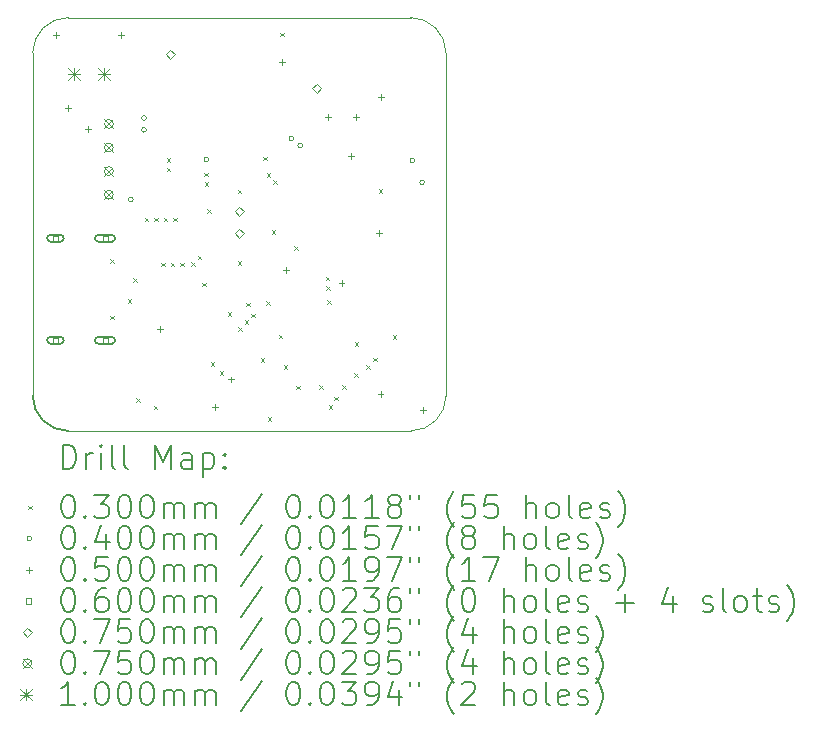
<source format=gbr>
%TF.GenerationSoftware,KiCad,Pcbnew,7.0.7*%
%TF.CreationDate,2024-03-04T03:02:10-08:00*%
%TF.ProjectId,can_magnetic_angle_sensor,63616e5f-6d61-4676-9e65-7469635f616e,rev?*%
%TF.SameCoordinates,Original*%
%TF.FileFunction,Drillmap*%
%TF.FilePolarity,Positive*%
%FSLAX45Y45*%
G04 Gerber Fmt 4.5, Leading zero omitted, Abs format (unit mm)*
G04 Created by KiCad (PCBNEW 7.0.7) date 2024-03-04 03:02:10*
%MOMM*%
%LPD*%
G01*
G04 APERTURE LIST*
%ADD10C,0.100000*%
%ADD11C,0.150000*%
%ADD12C,0.200000*%
%ADD13C,0.030000*%
%ADD14C,0.040000*%
%ADD15C,0.050000*%
%ADD16C,0.060000*%
%ADD17C,0.075000*%
G04 APERTURE END LIST*
D10*
X5500000Y-2300000D02*
X5500000Y-5200000D01*
X5200000Y-5500000D02*
G75*
G03*
X5500000Y-5200000I0J300000D01*
G01*
X2000000Y-2300000D02*
X2000000Y-5200000D01*
X2300000Y-2000000D02*
G75*
G03*
X2000000Y-2300000I0J-300000D01*
G01*
D11*
X2000000Y-5200000D02*
G75*
G03*
X2300000Y-5500000I300000J0D01*
G01*
D10*
X5500000Y-2300000D02*
G75*
G03*
X5200000Y-2000000I-300000J0D01*
G01*
X5200000Y-5500000D02*
X2300000Y-5500000D01*
X5200000Y-2000000D02*
X2300000Y-2000000D01*
D12*
D13*
X2657500Y-4045000D02*
X2687500Y-4075000D01*
X2687500Y-4045000D02*
X2657500Y-4075000D01*
X2657500Y-4525000D02*
X2687500Y-4555000D01*
X2687500Y-4525000D02*
X2657500Y-4555000D01*
X2804641Y-4385359D02*
X2834641Y-4415359D01*
X2834641Y-4385359D02*
X2804641Y-4415359D01*
X2849450Y-4206323D02*
X2879450Y-4236323D01*
X2879450Y-4206323D02*
X2849450Y-4236323D01*
X2875000Y-5224000D02*
X2905000Y-5254000D01*
X2905000Y-5224000D02*
X2875000Y-5254000D01*
X2950050Y-3695000D02*
X2980050Y-3725000D01*
X2980050Y-3695000D02*
X2950050Y-3725000D01*
X3025000Y-5285000D02*
X3055000Y-5315000D01*
X3055000Y-5285000D02*
X3025000Y-5315000D01*
X3030000Y-3695000D02*
X3060000Y-3725000D01*
X3060000Y-3695000D02*
X3030000Y-3725000D01*
X3090050Y-4075000D02*
X3120050Y-4105000D01*
X3120050Y-4075000D02*
X3090050Y-4105000D01*
X3109950Y-3695000D02*
X3139950Y-3725000D01*
X3139950Y-3695000D02*
X3109950Y-3725000D01*
X3135000Y-3190050D02*
X3165000Y-3220050D01*
X3165000Y-3190050D02*
X3135000Y-3220050D01*
X3135000Y-3270000D02*
X3165000Y-3300000D01*
X3165000Y-3270000D02*
X3135000Y-3300000D01*
X3170000Y-4075000D02*
X3200000Y-4105000D01*
X3200000Y-4075000D02*
X3170000Y-4105000D01*
X3189901Y-3695000D02*
X3219901Y-3725000D01*
X3219901Y-3695000D02*
X3189901Y-3725000D01*
X3250000Y-4075000D02*
X3280000Y-4105000D01*
X3280000Y-4075000D02*
X3250000Y-4105000D01*
X3340896Y-4072606D02*
X3370896Y-4102606D01*
X3370896Y-4072606D02*
X3340896Y-4102606D01*
X3397429Y-4016073D02*
X3427429Y-4046073D01*
X3427429Y-4016073D02*
X3397429Y-4046073D01*
X3435050Y-4245000D02*
X3465050Y-4275000D01*
X3465050Y-4245000D02*
X3435050Y-4275000D01*
X3453325Y-3315000D02*
X3483325Y-3345000D01*
X3483325Y-3315000D02*
X3453325Y-3345000D01*
X3455556Y-3394919D02*
X3485556Y-3424919D01*
X3485556Y-3394919D02*
X3455556Y-3424919D01*
X3478288Y-3622439D02*
X3508288Y-3652439D01*
X3508288Y-3622439D02*
X3478288Y-3652439D01*
X3506325Y-4916543D02*
X3536325Y-4946543D01*
X3536325Y-4916543D02*
X3506325Y-4946543D01*
X3582079Y-4992297D02*
X3612079Y-5022297D01*
X3612079Y-4992297D02*
X3582079Y-5022297D01*
X3650050Y-4493268D02*
X3680050Y-4523268D01*
X3680050Y-4493268D02*
X3650050Y-4523268D01*
X3735000Y-4065000D02*
X3765000Y-4095000D01*
X3765000Y-4065000D02*
X3735000Y-4095000D01*
X3735615Y-3456238D02*
X3765615Y-3486238D01*
X3765615Y-3456238D02*
X3735615Y-3486238D01*
X3741680Y-4623320D02*
X3771680Y-4653320D01*
X3771680Y-4623320D02*
X3741680Y-4653320D01*
X3795050Y-4563790D02*
X3825050Y-4593790D01*
X3825050Y-4563790D02*
X3795050Y-4593790D01*
X3810000Y-4415000D02*
X3840000Y-4445000D01*
X3840000Y-4415000D02*
X3810000Y-4445000D01*
X3852183Y-4507863D02*
X3882183Y-4537863D01*
X3882183Y-4507863D02*
X3852183Y-4537863D01*
X3930700Y-4884350D02*
X3960700Y-4914350D01*
X3960700Y-4884350D02*
X3930700Y-4914350D01*
X3951059Y-3178941D02*
X3981059Y-3208941D01*
X3981059Y-3178941D02*
X3951059Y-3208941D01*
X3976675Y-4399950D02*
X4006675Y-4429950D01*
X4006675Y-4399950D02*
X3976675Y-4429950D01*
X3981052Y-3319172D02*
X4011052Y-3349172D01*
X4011052Y-3319172D02*
X3981052Y-3349172D01*
X3990000Y-5385000D02*
X4020000Y-5415000D01*
X4020000Y-5385000D02*
X3990000Y-5415000D01*
X4024843Y-3798640D02*
X4054843Y-3828640D01*
X4054843Y-3798640D02*
X4024843Y-3828640D01*
X4036751Y-3376751D02*
X4066751Y-3406751D01*
X4066751Y-3376751D02*
X4036751Y-3406751D01*
X4084250Y-4684400D02*
X4114250Y-4714400D01*
X4114250Y-4684400D02*
X4084250Y-4714400D01*
X4095000Y-2130000D02*
X4125000Y-2160000D01*
X4125000Y-2130000D02*
X4095000Y-2160000D01*
X4125000Y-4945000D02*
X4155000Y-4975000D01*
X4155000Y-4945000D02*
X4125000Y-4975000D01*
X4212993Y-3936775D02*
X4242993Y-3966775D01*
X4242993Y-3936775D02*
X4212993Y-3966775D01*
X4230000Y-5115000D02*
X4260000Y-5145000D01*
X4260000Y-5115000D02*
X4230000Y-5145000D01*
X4425000Y-5113750D02*
X4455000Y-5143750D01*
X4455000Y-5113750D02*
X4425000Y-5143750D01*
X4480000Y-4194950D02*
X4510000Y-4224950D01*
X4510000Y-4194950D02*
X4480000Y-4224950D01*
X4484635Y-4275098D02*
X4514635Y-4305098D01*
X4514635Y-4275098D02*
X4484635Y-4305098D01*
X4494000Y-4395000D02*
X4524000Y-4425000D01*
X4524000Y-4395000D02*
X4494000Y-4425000D01*
X4505000Y-5284000D02*
X4535000Y-5314000D01*
X4535000Y-5284000D02*
X4505000Y-5314000D01*
X4555000Y-5210000D02*
X4585000Y-5240000D01*
X4585000Y-5210000D02*
X4555000Y-5240000D01*
X4620000Y-5113750D02*
X4650000Y-5143750D01*
X4650000Y-5113750D02*
X4620000Y-5143750D01*
X4723750Y-5010000D02*
X4753750Y-5040000D01*
X4753750Y-5010000D02*
X4723750Y-5040000D01*
X4725000Y-4750000D02*
X4755000Y-4780000D01*
X4755000Y-4750000D02*
X4725000Y-4780000D01*
X4825000Y-4945000D02*
X4855000Y-4975000D01*
X4855000Y-4945000D02*
X4825000Y-4975000D01*
X4885000Y-4879266D02*
X4915000Y-4909266D01*
X4915000Y-4879266D02*
X4885000Y-4909266D01*
X4930000Y-3453050D02*
X4960000Y-3483050D01*
X4960000Y-3453050D02*
X4930000Y-3483050D01*
X5050000Y-4690000D02*
X5080000Y-4720000D01*
X5080000Y-4690000D02*
X5050000Y-4720000D01*
D14*
X2850000Y-3540000D02*
G75*
G03*
X2850000Y-3540000I-20000J0D01*
G01*
X2962000Y-2850000D02*
G75*
G03*
X2962000Y-2850000I-20000J0D01*
G01*
X2962000Y-2950000D02*
G75*
G03*
X2962000Y-2950000I-20000J0D01*
G01*
X3490000Y-3200000D02*
G75*
G03*
X3490000Y-3200000I-20000J0D01*
G01*
X4210000Y-3025000D02*
G75*
G03*
X4210000Y-3025000I-20000J0D01*
G01*
X4285000Y-3085000D02*
G75*
G03*
X4285000Y-3085000I-20000J0D01*
G01*
X5235000Y-3210550D02*
G75*
G03*
X5235000Y-3210550I-20000J0D01*
G01*
X5317000Y-3395000D02*
G75*
G03*
X5317000Y-3395000I-20000J0D01*
G01*
D15*
X2195000Y-2125000D02*
X2195000Y-2175000D01*
X2170000Y-2150000D02*
X2220000Y-2150000D01*
X2297683Y-2742683D02*
X2297683Y-2792683D01*
X2272683Y-2767683D02*
X2322683Y-2767683D01*
X2464818Y-2914817D02*
X2464818Y-2964817D01*
X2439818Y-2939817D02*
X2489818Y-2939817D01*
X2745000Y-2125000D02*
X2745000Y-2175000D01*
X2720000Y-2150000D02*
X2770000Y-2150000D01*
X3080000Y-4610000D02*
X3080000Y-4660000D01*
X3055000Y-4635000D02*
X3105000Y-4635000D01*
X3540000Y-5275000D02*
X3540000Y-5325000D01*
X3515000Y-5300000D02*
X3565000Y-5300000D01*
X3681841Y-5038775D02*
X3681841Y-5088775D01*
X3656841Y-5063775D02*
X3706841Y-5063775D01*
X4110000Y-2350000D02*
X4110000Y-2400000D01*
X4085000Y-2375000D02*
X4135000Y-2375000D01*
X4145000Y-4110000D02*
X4145000Y-4160000D01*
X4120000Y-4135000D02*
X4170000Y-4135000D01*
X4500000Y-2814500D02*
X4500000Y-2864500D01*
X4475000Y-2839500D02*
X4525000Y-2839500D01*
X4615000Y-4225000D02*
X4615000Y-4275000D01*
X4590000Y-4250000D02*
X4640000Y-4250000D01*
X4695000Y-3145000D02*
X4695000Y-3195000D01*
X4670000Y-3170000D02*
X4720000Y-3170000D01*
X4740000Y-2815000D02*
X4740000Y-2865000D01*
X4715000Y-2840000D02*
X4765000Y-2840000D01*
X4930000Y-3795000D02*
X4930000Y-3845000D01*
X4905000Y-3820000D02*
X4955000Y-3820000D01*
X4945000Y-5165000D02*
X4945000Y-5215000D01*
X4920000Y-5190000D02*
X4970000Y-5190000D01*
X4950000Y-2645000D02*
X4950000Y-2695000D01*
X4925000Y-2670000D02*
X4975000Y-2670000D01*
X5305000Y-5300000D02*
X5305000Y-5350000D01*
X5280000Y-5325000D02*
X5330000Y-5325000D01*
D16*
X2213713Y-3889213D02*
X2213713Y-3846787D01*
X2171287Y-3846787D01*
X2171287Y-3889213D01*
X2213713Y-3889213D01*
D12*
X2152500Y-3898000D02*
X2232500Y-3898000D01*
X2232500Y-3898000D02*
G75*
G03*
X2232500Y-3838000I0J30000D01*
G01*
X2232500Y-3838000D02*
X2152500Y-3838000D01*
X2152500Y-3838000D02*
G75*
G03*
X2152500Y-3898000I0J-30000D01*
G01*
D16*
X2213713Y-4753213D02*
X2213713Y-4710787D01*
X2171287Y-4710787D01*
X2171287Y-4753213D01*
X2213713Y-4753213D01*
D12*
X2152500Y-4762000D02*
X2232500Y-4762000D01*
X2232500Y-4762000D02*
G75*
G03*
X2232500Y-4702000I0J30000D01*
G01*
X2232500Y-4702000D02*
X2152500Y-4702000D01*
X2152500Y-4702000D02*
G75*
G03*
X2152500Y-4762000I0J-30000D01*
G01*
D16*
X2633713Y-3889213D02*
X2633713Y-3846787D01*
X2591287Y-3846787D01*
X2591287Y-3889213D01*
X2633713Y-3889213D01*
D12*
X2557500Y-3898000D02*
X2667500Y-3898000D01*
X2667500Y-3898000D02*
G75*
G03*
X2667500Y-3838000I0J30000D01*
G01*
X2667500Y-3838000D02*
X2557500Y-3838000D01*
X2557500Y-3838000D02*
G75*
G03*
X2557500Y-3898000I0J-30000D01*
G01*
D16*
X2633713Y-4753213D02*
X2633713Y-4710787D01*
X2591287Y-4710787D01*
X2591287Y-4753213D01*
X2633713Y-4753213D01*
D12*
X2557500Y-4762000D02*
X2667500Y-4762000D01*
X2667500Y-4762000D02*
G75*
G03*
X2667500Y-4702000I0J30000D01*
G01*
X2667500Y-4702000D02*
X2557500Y-4702000D01*
X2557500Y-4702000D02*
G75*
G03*
X2557500Y-4762000I0J-30000D01*
G01*
D17*
X3165000Y-2347500D02*
X3202500Y-2310000D01*
X3165000Y-2272500D01*
X3127500Y-2310000D01*
X3165000Y-2347500D01*
X3750000Y-3677500D02*
X3787500Y-3640000D01*
X3750000Y-3602500D01*
X3712500Y-3640000D01*
X3750000Y-3677500D01*
X3750000Y-3862500D02*
X3787500Y-3825000D01*
X3750000Y-3787500D01*
X3712500Y-3825000D01*
X3750000Y-3862500D01*
X4405000Y-2637500D02*
X4442500Y-2600000D01*
X4405000Y-2562500D01*
X4367500Y-2600000D01*
X4405000Y-2637500D01*
X2607500Y-2862500D02*
X2682500Y-2937500D01*
X2682500Y-2862500D02*
X2607500Y-2937500D01*
X2682500Y-2900000D02*
G75*
G03*
X2682500Y-2900000I-37500J0D01*
G01*
X2607500Y-3062500D02*
X2682500Y-3137500D01*
X2682500Y-3062500D02*
X2607500Y-3137500D01*
X2682500Y-3100000D02*
G75*
G03*
X2682500Y-3100000I-37500J0D01*
G01*
X2607500Y-3262500D02*
X2682500Y-3337500D01*
X2682500Y-3262500D02*
X2607500Y-3337500D01*
X2682500Y-3300000D02*
G75*
G03*
X2682500Y-3300000I-37500J0D01*
G01*
X2607500Y-3462500D02*
X2682500Y-3537500D01*
X2682500Y-3462500D02*
X2607500Y-3537500D01*
X2682500Y-3500000D02*
G75*
G03*
X2682500Y-3500000I-37500J0D01*
G01*
D10*
X2297500Y-2425000D02*
X2397500Y-2525000D01*
X2397500Y-2425000D02*
X2297500Y-2525000D01*
X2347500Y-2425000D02*
X2347500Y-2525000D01*
X2297500Y-2475000D02*
X2397500Y-2475000D01*
X2551500Y-2425000D02*
X2651500Y-2525000D01*
X2651500Y-2425000D02*
X2551500Y-2525000D01*
X2601500Y-2425000D02*
X2601500Y-2525000D01*
X2551500Y-2475000D02*
X2651500Y-2475000D01*
D12*
X2253277Y-5818984D02*
X2253277Y-5618984D01*
X2253277Y-5618984D02*
X2300896Y-5618984D01*
X2300896Y-5618984D02*
X2329467Y-5628508D01*
X2329467Y-5628508D02*
X2348515Y-5647555D01*
X2348515Y-5647555D02*
X2358039Y-5666603D01*
X2358039Y-5666603D02*
X2367563Y-5704698D01*
X2367563Y-5704698D02*
X2367563Y-5733269D01*
X2367563Y-5733269D02*
X2358039Y-5771365D01*
X2358039Y-5771365D02*
X2348515Y-5790412D01*
X2348515Y-5790412D02*
X2329467Y-5809460D01*
X2329467Y-5809460D02*
X2300896Y-5818984D01*
X2300896Y-5818984D02*
X2253277Y-5818984D01*
X2453277Y-5818984D02*
X2453277Y-5685650D01*
X2453277Y-5723746D02*
X2462801Y-5704698D01*
X2462801Y-5704698D02*
X2472324Y-5695174D01*
X2472324Y-5695174D02*
X2491372Y-5685650D01*
X2491372Y-5685650D02*
X2510420Y-5685650D01*
X2577086Y-5818984D02*
X2577086Y-5685650D01*
X2577086Y-5618984D02*
X2567563Y-5628508D01*
X2567563Y-5628508D02*
X2577086Y-5638031D01*
X2577086Y-5638031D02*
X2586610Y-5628508D01*
X2586610Y-5628508D02*
X2577086Y-5618984D01*
X2577086Y-5618984D02*
X2577086Y-5638031D01*
X2700896Y-5818984D02*
X2681848Y-5809460D01*
X2681848Y-5809460D02*
X2672324Y-5790412D01*
X2672324Y-5790412D02*
X2672324Y-5618984D01*
X2805658Y-5818984D02*
X2786610Y-5809460D01*
X2786610Y-5809460D02*
X2777086Y-5790412D01*
X2777086Y-5790412D02*
X2777086Y-5618984D01*
X3034229Y-5818984D02*
X3034229Y-5618984D01*
X3034229Y-5618984D02*
X3100896Y-5761841D01*
X3100896Y-5761841D02*
X3167562Y-5618984D01*
X3167562Y-5618984D02*
X3167562Y-5818984D01*
X3348515Y-5818984D02*
X3348515Y-5714222D01*
X3348515Y-5714222D02*
X3338991Y-5695174D01*
X3338991Y-5695174D02*
X3319943Y-5685650D01*
X3319943Y-5685650D02*
X3281848Y-5685650D01*
X3281848Y-5685650D02*
X3262801Y-5695174D01*
X3348515Y-5809460D02*
X3329467Y-5818984D01*
X3329467Y-5818984D02*
X3281848Y-5818984D01*
X3281848Y-5818984D02*
X3262801Y-5809460D01*
X3262801Y-5809460D02*
X3253277Y-5790412D01*
X3253277Y-5790412D02*
X3253277Y-5771365D01*
X3253277Y-5771365D02*
X3262801Y-5752317D01*
X3262801Y-5752317D02*
X3281848Y-5742793D01*
X3281848Y-5742793D02*
X3329467Y-5742793D01*
X3329467Y-5742793D02*
X3348515Y-5733269D01*
X3443753Y-5685650D02*
X3443753Y-5885650D01*
X3443753Y-5695174D02*
X3462801Y-5685650D01*
X3462801Y-5685650D02*
X3500896Y-5685650D01*
X3500896Y-5685650D02*
X3519943Y-5695174D01*
X3519943Y-5695174D02*
X3529467Y-5704698D01*
X3529467Y-5704698D02*
X3538991Y-5723746D01*
X3538991Y-5723746D02*
X3538991Y-5780888D01*
X3538991Y-5780888D02*
X3529467Y-5799936D01*
X3529467Y-5799936D02*
X3519943Y-5809460D01*
X3519943Y-5809460D02*
X3500896Y-5818984D01*
X3500896Y-5818984D02*
X3462801Y-5818984D01*
X3462801Y-5818984D02*
X3443753Y-5809460D01*
X3624705Y-5799936D02*
X3634229Y-5809460D01*
X3634229Y-5809460D02*
X3624705Y-5818984D01*
X3624705Y-5818984D02*
X3615182Y-5809460D01*
X3615182Y-5809460D02*
X3624705Y-5799936D01*
X3624705Y-5799936D02*
X3624705Y-5818984D01*
X3624705Y-5695174D02*
X3634229Y-5704698D01*
X3634229Y-5704698D02*
X3624705Y-5714222D01*
X3624705Y-5714222D02*
X3615182Y-5704698D01*
X3615182Y-5704698D02*
X3624705Y-5695174D01*
X3624705Y-5695174D02*
X3624705Y-5714222D01*
D13*
X1962500Y-6132500D02*
X1992500Y-6162500D01*
X1992500Y-6132500D02*
X1962500Y-6162500D01*
D12*
X2291372Y-6038984D02*
X2310420Y-6038984D01*
X2310420Y-6038984D02*
X2329467Y-6048508D01*
X2329467Y-6048508D02*
X2338991Y-6058031D01*
X2338991Y-6058031D02*
X2348515Y-6077079D01*
X2348515Y-6077079D02*
X2358039Y-6115174D01*
X2358039Y-6115174D02*
X2358039Y-6162793D01*
X2358039Y-6162793D02*
X2348515Y-6200888D01*
X2348515Y-6200888D02*
X2338991Y-6219936D01*
X2338991Y-6219936D02*
X2329467Y-6229460D01*
X2329467Y-6229460D02*
X2310420Y-6238984D01*
X2310420Y-6238984D02*
X2291372Y-6238984D01*
X2291372Y-6238984D02*
X2272324Y-6229460D01*
X2272324Y-6229460D02*
X2262801Y-6219936D01*
X2262801Y-6219936D02*
X2253277Y-6200888D01*
X2253277Y-6200888D02*
X2243753Y-6162793D01*
X2243753Y-6162793D02*
X2243753Y-6115174D01*
X2243753Y-6115174D02*
X2253277Y-6077079D01*
X2253277Y-6077079D02*
X2262801Y-6058031D01*
X2262801Y-6058031D02*
X2272324Y-6048508D01*
X2272324Y-6048508D02*
X2291372Y-6038984D01*
X2443753Y-6219936D02*
X2453277Y-6229460D01*
X2453277Y-6229460D02*
X2443753Y-6238984D01*
X2443753Y-6238984D02*
X2434229Y-6229460D01*
X2434229Y-6229460D02*
X2443753Y-6219936D01*
X2443753Y-6219936D02*
X2443753Y-6238984D01*
X2519944Y-6038984D02*
X2643753Y-6038984D01*
X2643753Y-6038984D02*
X2577086Y-6115174D01*
X2577086Y-6115174D02*
X2605658Y-6115174D01*
X2605658Y-6115174D02*
X2624705Y-6124698D01*
X2624705Y-6124698D02*
X2634229Y-6134222D01*
X2634229Y-6134222D02*
X2643753Y-6153269D01*
X2643753Y-6153269D02*
X2643753Y-6200888D01*
X2643753Y-6200888D02*
X2634229Y-6219936D01*
X2634229Y-6219936D02*
X2624705Y-6229460D01*
X2624705Y-6229460D02*
X2605658Y-6238984D01*
X2605658Y-6238984D02*
X2548515Y-6238984D01*
X2548515Y-6238984D02*
X2529467Y-6229460D01*
X2529467Y-6229460D02*
X2519944Y-6219936D01*
X2767563Y-6038984D02*
X2786610Y-6038984D01*
X2786610Y-6038984D02*
X2805658Y-6048508D01*
X2805658Y-6048508D02*
X2815182Y-6058031D01*
X2815182Y-6058031D02*
X2824705Y-6077079D01*
X2824705Y-6077079D02*
X2834229Y-6115174D01*
X2834229Y-6115174D02*
X2834229Y-6162793D01*
X2834229Y-6162793D02*
X2824705Y-6200888D01*
X2824705Y-6200888D02*
X2815182Y-6219936D01*
X2815182Y-6219936D02*
X2805658Y-6229460D01*
X2805658Y-6229460D02*
X2786610Y-6238984D01*
X2786610Y-6238984D02*
X2767563Y-6238984D01*
X2767563Y-6238984D02*
X2748515Y-6229460D01*
X2748515Y-6229460D02*
X2738991Y-6219936D01*
X2738991Y-6219936D02*
X2729467Y-6200888D01*
X2729467Y-6200888D02*
X2719944Y-6162793D01*
X2719944Y-6162793D02*
X2719944Y-6115174D01*
X2719944Y-6115174D02*
X2729467Y-6077079D01*
X2729467Y-6077079D02*
X2738991Y-6058031D01*
X2738991Y-6058031D02*
X2748515Y-6048508D01*
X2748515Y-6048508D02*
X2767563Y-6038984D01*
X2958039Y-6038984D02*
X2977086Y-6038984D01*
X2977086Y-6038984D02*
X2996134Y-6048508D01*
X2996134Y-6048508D02*
X3005658Y-6058031D01*
X3005658Y-6058031D02*
X3015182Y-6077079D01*
X3015182Y-6077079D02*
X3024705Y-6115174D01*
X3024705Y-6115174D02*
X3024705Y-6162793D01*
X3024705Y-6162793D02*
X3015182Y-6200888D01*
X3015182Y-6200888D02*
X3005658Y-6219936D01*
X3005658Y-6219936D02*
X2996134Y-6229460D01*
X2996134Y-6229460D02*
X2977086Y-6238984D01*
X2977086Y-6238984D02*
X2958039Y-6238984D01*
X2958039Y-6238984D02*
X2938991Y-6229460D01*
X2938991Y-6229460D02*
X2929467Y-6219936D01*
X2929467Y-6219936D02*
X2919943Y-6200888D01*
X2919943Y-6200888D02*
X2910420Y-6162793D01*
X2910420Y-6162793D02*
X2910420Y-6115174D01*
X2910420Y-6115174D02*
X2919943Y-6077079D01*
X2919943Y-6077079D02*
X2929467Y-6058031D01*
X2929467Y-6058031D02*
X2938991Y-6048508D01*
X2938991Y-6048508D02*
X2958039Y-6038984D01*
X3110420Y-6238984D02*
X3110420Y-6105650D01*
X3110420Y-6124698D02*
X3119943Y-6115174D01*
X3119943Y-6115174D02*
X3138991Y-6105650D01*
X3138991Y-6105650D02*
X3167563Y-6105650D01*
X3167563Y-6105650D02*
X3186610Y-6115174D01*
X3186610Y-6115174D02*
X3196134Y-6134222D01*
X3196134Y-6134222D02*
X3196134Y-6238984D01*
X3196134Y-6134222D02*
X3205658Y-6115174D01*
X3205658Y-6115174D02*
X3224705Y-6105650D01*
X3224705Y-6105650D02*
X3253277Y-6105650D01*
X3253277Y-6105650D02*
X3272324Y-6115174D01*
X3272324Y-6115174D02*
X3281848Y-6134222D01*
X3281848Y-6134222D02*
X3281848Y-6238984D01*
X3377086Y-6238984D02*
X3377086Y-6105650D01*
X3377086Y-6124698D02*
X3386610Y-6115174D01*
X3386610Y-6115174D02*
X3405658Y-6105650D01*
X3405658Y-6105650D02*
X3434229Y-6105650D01*
X3434229Y-6105650D02*
X3453277Y-6115174D01*
X3453277Y-6115174D02*
X3462801Y-6134222D01*
X3462801Y-6134222D02*
X3462801Y-6238984D01*
X3462801Y-6134222D02*
X3472324Y-6115174D01*
X3472324Y-6115174D02*
X3491372Y-6105650D01*
X3491372Y-6105650D02*
X3519943Y-6105650D01*
X3519943Y-6105650D02*
X3538991Y-6115174D01*
X3538991Y-6115174D02*
X3548515Y-6134222D01*
X3548515Y-6134222D02*
X3548515Y-6238984D01*
X3938991Y-6029460D02*
X3767563Y-6286603D01*
X4196134Y-6038984D02*
X4215182Y-6038984D01*
X4215182Y-6038984D02*
X4234229Y-6048508D01*
X4234229Y-6048508D02*
X4243753Y-6058031D01*
X4243753Y-6058031D02*
X4253277Y-6077079D01*
X4253277Y-6077079D02*
X4262801Y-6115174D01*
X4262801Y-6115174D02*
X4262801Y-6162793D01*
X4262801Y-6162793D02*
X4253277Y-6200888D01*
X4253277Y-6200888D02*
X4243753Y-6219936D01*
X4243753Y-6219936D02*
X4234229Y-6229460D01*
X4234229Y-6229460D02*
X4215182Y-6238984D01*
X4215182Y-6238984D02*
X4196134Y-6238984D01*
X4196134Y-6238984D02*
X4177086Y-6229460D01*
X4177086Y-6229460D02*
X4167563Y-6219936D01*
X4167563Y-6219936D02*
X4158039Y-6200888D01*
X4158039Y-6200888D02*
X4148515Y-6162793D01*
X4148515Y-6162793D02*
X4148515Y-6115174D01*
X4148515Y-6115174D02*
X4158039Y-6077079D01*
X4158039Y-6077079D02*
X4167563Y-6058031D01*
X4167563Y-6058031D02*
X4177086Y-6048508D01*
X4177086Y-6048508D02*
X4196134Y-6038984D01*
X4348515Y-6219936D02*
X4358039Y-6229460D01*
X4358039Y-6229460D02*
X4348515Y-6238984D01*
X4348515Y-6238984D02*
X4338991Y-6229460D01*
X4338991Y-6229460D02*
X4348515Y-6219936D01*
X4348515Y-6219936D02*
X4348515Y-6238984D01*
X4481848Y-6038984D02*
X4500896Y-6038984D01*
X4500896Y-6038984D02*
X4519944Y-6048508D01*
X4519944Y-6048508D02*
X4529468Y-6058031D01*
X4529468Y-6058031D02*
X4538991Y-6077079D01*
X4538991Y-6077079D02*
X4548515Y-6115174D01*
X4548515Y-6115174D02*
X4548515Y-6162793D01*
X4548515Y-6162793D02*
X4538991Y-6200888D01*
X4538991Y-6200888D02*
X4529468Y-6219936D01*
X4529468Y-6219936D02*
X4519944Y-6229460D01*
X4519944Y-6229460D02*
X4500896Y-6238984D01*
X4500896Y-6238984D02*
X4481848Y-6238984D01*
X4481848Y-6238984D02*
X4462801Y-6229460D01*
X4462801Y-6229460D02*
X4453277Y-6219936D01*
X4453277Y-6219936D02*
X4443753Y-6200888D01*
X4443753Y-6200888D02*
X4434229Y-6162793D01*
X4434229Y-6162793D02*
X4434229Y-6115174D01*
X4434229Y-6115174D02*
X4443753Y-6077079D01*
X4443753Y-6077079D02*
X4453277Y-6058031D01*
X4453277Y-6058031D02*
X4462801Y-6048508D01*
X4462801Y-6048508D02*
X4481848Y-6038984D01*
X4738991Y-6238984D02*
X4624706Y-6238984D01*
X4681848Y-6238984D02*
X4681848Y-6038984D01*
X4681848Y-6038984D02*
X4662801Y-6067555D01*
X4662801Y-6067555D02*
X4643753Y-6086603D01*
X4643753Y-6086603D02*
X4624706Y-6096127D01*
X4929468Y-6238984D02*
X4815182Y-6238984D01*
X4872325Y-6238984D02*
X4872325Y-6038984D01*
X4872325Y-6038984D02*
X4853277Y-6067555D01*
X4853277Y-6067555D02*
X4834229Y-6086603D01*
X4834229Y-6086603D02*
X4815182Y-6096127D01*
X5043753Y-6124698D02*
X5024706Y-6115174D01*
X5024706Y-6115174D02*
X5015182Y-6105650D01*
X5015182Y-6105650D02*
X5005658Y-6086603D01*
X5005658Y-6086603D02*
X5005658Y-6077079D01*
X5005658Y-6077079D02*
X5015182Y-6058031D01*
X5015182Y-6058031D02*
X5024706Y-6048508D01*
X5024706Y-6048508D02*
X5043753Y-6038984D01*
X5043753Y-6038984D02*
X5081849Y-6038984D01*
X5081849Y-6038984D02*
X5100896Y-6048508D01*
X5100896Y-6048508D02*
X5110420Y-6058031D01*
X5110420Y-6058031D02*
X5119944Y-6077079D01*
X5119944Y-6077079D02*
X5119944Y-6086603D01*
X5119944Y-6086603D02*
X5110420Y-6105650D01*
X5110420Y-6105650D02*
X5100896Y-6115174D01*
X5100896Y-6115174D02*
X5081849Y-6124698D01*
X5081849Y-6124698D02*
X5043753Y-6124698D01*
X5043753Y-6124698D02*
X5024706Y-6134222D01*
X5024706Y-6134222D02*
X5015182Y-6143746D01*
X5015182Y-6143746D02*
X5005658Y-6162793D01*
X5005658Y-6162793D02*
X5005658Y-6200888D01*
X5005658Y-6200888D02*
X5015182Y-6219936D01*
X5015182Y-6219936D02*
X5024706Y-6229460D01*
X5024706Y-6229460D02*
X5043753Y-6238984D01*
X5043753Y-6238984D02*
X5081849Y-6238984D01*
X5081849Y-6238984D02*
X5100896Y-6229460D01*
X5100896Y-6229460D02*
X5110420Y-6219936D01*
X5110420Y-6219936D02*
X5119944Y-6200888D01*
X5119944Y-6200888D02*
X5119944Y-6162793D01*
X5119944Y-6162793D02*
X5110420Y-6143746D01*
X5110420Y-6143746D02*
X5100896Y-6134222D01*
X5100896Y-6134222D02*
X5081849Y-6124698D01*
X5196134Y-6038984D02*
X5196134Y-6077079D01*
X5272325Y-6038984D02*
X5272325Y-6077079D01*
X5567563Y-6315174D02*
X5558039Y-6305650D01*
X5558039Y-6305650D02*
X5538991Y-6277079D01*
X5538991Y-6277079D02*
X5529468Y-6258031D01*
X5529468Y-6258031D02*
X5519944Y-6229460D01*
X5519944Y-6229460D02*
X5510420Y-6181841D01*
X5510420Y-6181841D02*
X5510420Y-6143746D01*
X5510420Y-6143746D02*
X5519944Y-6096127D01*
X5519944Y-6096127D02*
X5529468Y-6067555D01*
X5529468Y-6067555D02*
X5538991Y-6048508D01*
X5538991Y-6048508D02*
X5558039Y-6019936D01*
X5558039Y-6019936D02*
X5567563Y-6010412D01*
X5738991Y-6038984D02*
X5643753Y-6038984D01*
X5643753Y-6038984D02*
X5634229Y-6134222D01*
X5634229Y-6134222D02*
X5643753Y-6124698D01*
X5643753Y-6124698D02*
X5662801Y-6115174D01*
X5662801Y-6115174D02*
X5710420Y-6115174D01*
X5710420Y-6115174D02*
X5729468Y-6124698D01*
X5729468Y-6124698D02*
X5738991Y-6134222D01*
X5738991Y-6134222D02*
X5748515Y-6153269D01*
X5748515Y-6153269D02*
X5748515Y-6200888D01*
X5748515Y-6200888D02*
X5738991Y-6219936D01*
X5738991Y-6219936D02*
X5729468Y-6229460D01*
X5729468Y-6229460D02*
X5710420Y-6238984D01*
X5710420Y-6238984D02*
X5662801Y-6238984D01*
X5662801Y-6238984D02*
X5643753Y-6229460D01*
X5643753Y-6229460D02*
X5634229Y-6219936D01*
X5929468Y-6038984D02*
X5834229Y-6038984D01*
X5834229Y-6038984D02*
X5824706Y-6134222D01*
X5824706Y-6134222D02*
X5834229Y-6124698D01*
X5834229Y-6124698D02*
X5853277Y-6115174D01*
X5853277Y-6115174D02*
X5900896Y-6115174D01*
X5900896Y-6115174D02*
X5919944Y-6124698D01*
X5919944Y-6124698D02*
X5929468Y-6134222D01*
X5929468Y-6134222D02*
X5938991Y-6153269D01*
X5938991Y-6153269D02*
X5938991Y-6200888D01*
X5938991Y-6200888D02*
X5929468Y-6219936D01*
X5929468Y-6219936D02*
X5919944Y-6229460D01*
X5919944Y-6229460D02*
X5900896Y-6238984D01*
X5900896Y-6238984D02*
X5853277Y-6238984D01*
X5853277Y-6238984D02*
X5834229Y-6229460D01*
X5834229Y-6229460D02*
X5824706Y-6219936D01*
X6177087Y-6238984D02*
X6177087Y-6038984D01*
X6262801Y-6238984D02*
X6262801Y-6134222D01*
X6262801Y-6134222D02*
X6253277Y-6115174D01*
X6253277Y-6115174D02*
X6234230Y-6105650D01*
X6234230Y-6105650D02*
X6205658Y-6105650D01*
X6205658Y-6105650D02*
X6186610Y-6115174D01*
X6186610Y-6115174D02*
X6177087Y-6124698D01*
X6386610Y-6238984D02*
X6367563Y-6229460D01*
X6367563Y-6229460D02*
X6358039Y-6219936D01*
X6358039Y-6219936D02*
X6348515Y-6200888D01*
X6348515Y-6200888D02*
X6348515Y-6143746D01*
X6348515Y-6143746D02*
X6358039Y-6124698D01*
X6358039Y-6124698D02*
X6367563Y-6115174D01*
X6367563Y-6115174D02*
X6386610Y-6105650D01*
X6386610Y-6105650D02*
X6415182Y-6105650D01*
X6415182Y-6105650D02*
X6434230Y-6115174D01*
X6434230Y-6115174D02*
X6443753Y-6124698D01*
X6443753Y-6124698D02*
X6453277Y-6143746D01*
X6453277Y-6143746D02*
X6453277Y-6200888D01*
X6453277Y-6200888D02*
X6443753Y-6219936D01*
X6443753Y-6219936D02*
X6434230Y-6229460D01*
X6434230Y-6229460D02*
X6415182Y-6238984D01*
X6415182Y-6238984D02*
X6386610Y-6238984D01*
X6567563Y-6238984D02*
X6548515Y-6229460D01*
X6548515Y-6229460D02*
X6538991Y-6210412D01*
X6538991Y-6210412D02*
X6538991Y-6038984D01*
X6719944Y-6229460D02*
X6700896Y-6238984D01*
X6700896Y-6238984D02*
X6662801Y-6238984D01*
X6662801Y-6238984D02*
X6643753Y-6229460D01*
X6643753Y-6229460D02*
X6634230Y-6210412D01*
X6634230Y-6210412D02*
X6634230Y-6134222D01*
X6634230Y-6134222D02*
X6643753Y-6115174D01*
X6643753Y-6115174D02*
X6662801Y-6105650D01*
X6662801Y-6105650D02*
X6700896Y-6105650D01*
X6700896Y-6105650D02*
X6719944Y-6115174D01*
X6719944Y-6115174D02*
X6729468Y-6134222D01*
X6729468Y-6134222D02*
X6729468Y-6153269D01*
X6729468Y-6153269D02*
X6634230Y-6172317D01*
X6805658Y-6229460D02*
X6824706Y-6238984D01*
X6824706Y-6238984D02*
X6862801Y-6238984D01*
X6862801Y-6238984D02*
X6881849Y-6229460D01*
X6881849Y-6229460D02*
X6891372Y-6210412D01*
X6891372Y-6210412D02*
X6891372Y-6200888D01*
X6891372Y-6200888D02*
X6881849Y-6181841D01*
X6881849Y-6181841D02*
X6862801Y-6172317D01*
X6862801Y-6172317D02*
X6834230Y-6172317D01*
X6834230Y-6172317D02*
X6815182Y-6162793D01*
X6815182Y-6162793D02*
X6805658Y-6143746D01*
X6805658Y-6143746D02*
X6805658Y-6134222D01*
X6805658Y-6134222D02*
X6815182Y-6115174D01*
X6815182Y-6115174D02*
X6834230Y-6105650D01*
X6834230Y-6105650D02*
X6862801Y-6105650D01*
X6862801Y-6105650D02*
X6881849Y-6115174D01*
X6958039Y-6315174D02*
X6967563Y-6305650D01*
X6967563Y-6305650D02*
X6986611Y-6277079D01*
X6986611Y-6277079D02*
X6996134Y-6258031D01*
X6996134Y-6258031D02*
X7005658Y-6229460D01*
X7005658Y-6229460D02*
X7015182Y-6181841D01*
X7015182Y-6181841D02*
X7015182Y-6143746D01*
X7015182Y-6143746D02*
X7005658Y-6096127D01*
X7005658Y-6096127D02*
X6996134Y-6067555D01*
X6996134Y-6067555D02*
X6986611Y-6048508D01*
X6986611Y-6048508D02*
X6967563Y-6019936D01*
X6967563Y-6019936D02*
X6958039Y-6010412D01*
D14*
X1992500Y-6411500D02*
G75*
G03*
X1992500Y-6411500I-20000J0D01*
G01*
D12*
X2291372Y-6302984D02*
X2310420Y-6302984D01*
X2310420Y-6302984D02*
X2329467Y-6312508D01*
X2329467Y-6312508D02*
X2338991Y-6322031D01*
X2338991Y-6322031D02*
X2348515Y-6341079D01*
X2348515Y-6341079D02*
X2358039Y-6379174D01*
X2358039Y-6379174D02*
X2358039Y-6426793D01*
X2358039Y-6426793D02*
X2348515Y-6464888D01*
X2348515Y-6464888D02*
X2338991Y-6483936D01*
X2338991Y-6483936D02*
X2329467Y-6493460D01*
X2329467Y-6493460D02*
X2310420Y-6502984D01*
X2310420Y-6502984D02*
X2291372Y-6502984D01*
X2291372Y-6502984D02*
X2272324Y-6493460D01*
X2272324Y-6493460D02*
X2262801Y-6483936D01*
X2262801Y-6483936D02*
X2253277Y-6464888D01*
X2253277Y-6464888D02*
X2243753Y-6426793D01*
X2243753Y-6426793D02*
X2243753Y-6379174D01*
X2243753Y-6379174D02*
X2253277Y-6341079D01*
X2253277Y-6341079D02*
X2262801Y-6322031D01*
X2262801Y-6322031D02*
X2272324Y-6312508D01*
X2272324Y-6312508D02*
X2291372Y-6302984D01*
X2443753Y-6483936D02*
X2453277Y-6493460D01*
X2453277Y-6493460D02*
X2443753Y-6502984D01*
X2443753Y-6502984D02*
X2434229Y-6493460D01*
X2434229Y-6493460D02*
X2443753Y-6483936D01*
X2443753Y-6483936D02*
X2443753Y-6502984D01*
X2624705Y-6369650D02*
X2624705Y-6502984D01*
X2577086Y-6293460D02*
X2529467Y-6436317D01*
X2529467Y-6436317D02*
X2653277Y-6436317D01*
X2767563Y-6302984D02*
X2786610Y-6302984D01*
X2786610Y-6302984D02*
X2805658Y-6312508D01*
X2805658Y-6312508D02*
X2815182Y-6322031D01*
X2815182Y-6322031D02*
X2824705Y-6341079D01*
X2824705Y-6341079D02*
X2834229Y-6379174D01*
X2834229Y-6379174D02*
X2834229Y-6426793D01*
X2834229Y-6426793D02*
X2824705Y-6464888D01*
X2824705Y-6464888D02*
X2815182Y-6483936D01*
X2815182Y-6483936D02*
X2805658Y-6493460D01*
X2805658Y-6493460D02*
X2786610Y-6502984D01*
X2786610Y-6502984D02*
X2767563Y-6502984D01*
X2767563Y-6502984D02*
X2748515Y-6493460D01*
X2748515Y-6493460D02*
X2738991Y-6483936D01*
X2738991Y-6483936D02*
X2729467Y-6464888D01*
X2729467Y-6464888D02*
X2719944Y-6426793D01*
X2719944Y-6426793D02*
X2719944Y-6379174D01*
X2719944Y-6379174D02*
X2729467Y-6341079D01*
X2729467Y-6341079D02*
X2738991Y-6322031D01*
X2738991Y-6322031D02*
X2748515Y-6312508D01*
X2748515Y-6312508D02*
X2767563Y-6302984D01*
X2958039Y-6302984D02*
X2977086Y-6302984D01*
X2977086Y-6302984D02*
X2996134Y-6312508D01*
X2996134Y-6312508D02*
X3005658Y-6322031D01*
X3005658Y-6322031D02*
X3015182Y-6341079D01*
X3015182Y-6341079D02*
X3024705Y-6379174D01*
X3024705Y-6379174D02*
X3024705Y-6426793D01*
X3024705Y-6426793D02*
X3015182Y-6464888D01*
X3015182Y-6464888D02*
X3005658Y-6483936D01*
X3005658Y-6483936D02*
X2996134Y-6493460D01*
X2996134Y-6493460D02*
X2977086Y-6502984D01*
X2977086Y-6502984D02*
X2958039Y-6502984D01*
X2958039Y-6502984D02*
X2938991Y-6493460D01*
X2938991Y-6493460D02*
X2929467Y-6483936D01*
X2929467Y-6483936D02*
X2919943Y-6464888D01*
X2919943Y-6464888D02*
X2910420Y-6426793D01*
X2910420Y-6426793D02*
X2910420Y-6379174D01*
X2910420Y-6379174D02*
X2919943Y-6341079D01*
X2919943Y-6341079D02*
X2929467Y-6322031D01*
X2929467Y-6322031D02*
X2938991Y-6312508D01*
X2938991Y-6312508D02*
X2958039Y-6302984D01*
X3110420Y-6502984D02*
X3110420Y-6369650D01*
X3110420Y-6388698D02*
X3119943Y-6379174D01*
X3119943Y-6379174D02*
X3138991Y-6369650D01*
X3138991Y-6369650D02*
X3167563Y-6369650D01*
X3167563Y-6369650D02*
X3186610Y-6379174D01*
X3186610Y-6379174D02*
X3196134Y-6398222D01*
X3196134Y-6398222D02*
X3196134Y-6502984D01*
X3196134Y-6398222D02*
X3205658Y-6379174D01*
X3205658Y-6379174D02*
X3224705Y-6369650D01*
X3224705Y-6369650D02*
X3253277Y-6369650D01*
X3253277Y-6369650D02*
X3272324Y-6379174D01*
X3272324Y-6379174D02*
X3281848Y-6398222D01*
X3281848Y-6398222D02*
X3281848Y-6502984D01*
X3377086Y-6502984D02*
X3377086Y-6369650D01*
X3377086Y-6388698D02*
X3386610Y-6379174D01*
X3386610Y-6379174D02*
X3405658Y-6369650D01*
X3405658Y-6369650D02*
X3434229Y-6369650D01*
X3434229Y-6369650D02*
X3453277Y-6379174D01*
X3453277Y-6379174D02*
X3462801Y-6398222D01*
X3462801Y-6398222D02*
X3462801Y-6502984D01*
X3462801Y-6398222D02*
X3472324Y-6379174D01*
X3472324Y-6379174D02*
X3491372Y-6369650D01*
X3491372Y-6369650D02*
X3519943Y-6369650D01*
X3519943Y-6369650D02*
X3538991Y-6379174D01*
X3538991Y-6379174D02*
X3548515Y-6398222D01*
X3548515Y-6398222D02*
X3548515Y-6502984D01*
X3938991Y-6293460D02*
X3767563Y-6550603D01*
X4196134Y-6302984D02*
X4215182Y-6302984D01*
X4215182Y-6302984D02*
X4234229Y-6312508D01*
X4234229Y-6312508D02*
X4243753Y-6322031D01*
X4243753Y-6322031D02*
X4253277Y-6341079D01*
X4253277Y-6341079D02*
X4262801Y-6379174D01*
X4262801Y-6379174D02*
X4262801Y-6426793D01*
X4262801Y-6426793D02*
X4253277Y-6464888D01*
X4253277Y-6464888D02*
X4243753Y-6483936D01*
X4243753Y-6483936D02*
X4234229Y-6493460D01*
X4234229Y-6493460D02*
X4215182Y-6502984D01*
X4215182Y-6502984D02*
X4196134Y-6502984D01*
X4196134Y-6502984D02*
X4177086Y-6493460D01*
X4177086Y-6493460D02*
X4167563Y-6483936D01*
X4167563Y-6483936D02*
X4158039Y-6464888D01*
X4158039Y-6464888D02*
X4148515Y-6426793D01*
X4148515Y-6426793D02*
X4148515Y-6379174D01*
X4148515Y-6379174D02*
X4158039Y-6341079D01*
X4158039Y-6341079D02*
X4167563Y-6322031D01*
X4167563Y-6322031D02*
X4177086Y-6312508D01*
X4177086Y-6312508D02*
X4196134Y-6302984D01*
X4348515Y-6483936D02*
X4358039Y-6493460D01*
X4358039Y-6493460D02*
X4348515Y-6502984D01*
X4348515Y-6502984D02*
X4338991Y-6493460D01*
X4338991Y-6493460D02*
X4348515Y-6483936D01*
X4348515Y-6483936D02*
X4348515Y-6502984D01*
X4481848Y-6302984D02*
X4500896Y-6302984D01*
X4500896Y-6302984D02*
X4519944Y-6312508D01*
X4519944Y-6312508D02*
X4529468Y-6322031D01*
X4529468Y-6322031D02*
X4538991Y-6341079D01*
X4538991Y-6341079D02*
X4548515Y-6379174D01*
X4548515Y-6379174D02*
X4548515Y-6426793D01*
X4548515Y-6426793D02*
X4538991Y-6464888D01*
X4538991Y-6464888D02*
X4529468Y-6483936D01*
X4529468Y-6483936D02*
X4519944Y-6493460D01*
X4519944Y-6493460D02*
X4500896Y-6502984D01*
X4500896Y-6502984D02*
X4481848Y-6502984D01*
X4481848Y-6502984D02*
X4462801Y-6493460D01*
X4462801Y-6493460D02*
X4453277Y-6483936D01*
X4453277Y-6483936D02*
X4443753Y-6464888D01*
X4443753Y-6464888D02*
X4434229Y-6426793D01*
X4434229Y-6426793D02*
X4434229Y-6379174D01*
X4434229Y-6379174D02*
X4443753Y-6341079D01*
X4443753Y-6341079D02*
X4453277Y-6322031D01*
X4453277Y-6322031D02*
X4462801Y-6312508D01*
X4462801Y-6312508D02*
X4481848Y-6302984D01*
X4738991Y-6502984D02*
X4624706Y-6502984D01*
X4681848Y-6502984D02*
X4681848Y-6302984D01*
X4681848Y-6302984D02*
X4662801Y-6331555D01*
X4662801Y-6331555D02*
X4643753Y-6350603D01*
X4643753Y-6350603D02*
X4624706Y-6360127D01*
X4919944Y-6302984D02*
X4824706Y-6302984D01*
X4824706Y-6302984D02*
X4815182Y-6398222D01*
X4815182Y-6398222D02*
X4824706Y-6388698D01*
X4824706Y-6388698D02*
X4843753Y-6379174D01*
X4843753Y-6379174D02*
X4891372Y-6379174D01*
X4891372Y-6379174D02*
X4910420Y-6388698D01*
X4910420Y-6388698D02*
X4919944Y-6398222D01*
X4919944Y-6398222D02*
X4929468Y-6417269D01*
X4929468Y-6417269D02*
X4929468Y-6464888D01*
X4929468Y-6464888D02*
X4919944Y-6483936D01*
X4919944Y-6483936D02*
X4910420Y-6493460D01*
X4910420Y-6493460D02*
X4891372Y-6502984D01*
X4891372Y-6502984D02*
X4843753Y-6502984D01*
X4843753Y-6502984D02*
X4824706Y-6493460D01*
X4824706Y-6493460D02*
X4815182Y-6483936D01*
X4996134Y-6302984D02*
X5129468Y-6302984D01*
X5129468Y-6302984D02*
X5043753Y-6502984D01*
X5196134Y-6302984D02*
X5196134Y-6341079D01*
X5272325Y-6302984D02*
X5272325Y-6341079D01*
X5567563Y-6579174D02*
X5558039Y-6569650D01*
X5558039Y-6569650D02*
X5538991Y-6541079D01*
X5538991Y-6541079D02*
X5529468Y-6522031D01*
X5529468Y-6522031D02*
X5519944Y-6493460D01*
X5519944Y-6493460D02*
X5510420Y-6445841D01*
X5510420Y-6445841D02*
X5510420Y-6407746D01*
X5510420Y-6407746D02*
X5519944Y-6360127D01*
X5519944Y-6360127D02*
X5529468Y-6331555D01*
X5529468Y-6331555D02*
X5538991Y-6312508D01*
X5538991Y-6312508D02*
X5558039Y-6283936D01*
X5558039Y-6283936D02*
X5567563Y-6274412D01*
X5672325Y-6388698D02*
X5653277Y-6379174D01*
X5653277Y-6379174D02*
X5643753Y-6369650D01*
X5643753Y-6369650D02*
X5634229Y-6350603D01*
X5634229Y-6350603D02*
X5634229Y-6341079D01*
X5634229Y-6341079D02*
X5643753Y-6322031D01*
X5643753Y-6322031D02*
X5653277Y-6312508D01*
X5653277Y-6312508D02*
X5672325Y-6302984D01*
X5672325Y-6302984D02*
X5710420Y-6302984D01*
X5710420Y-6302984D02*
X5729468Y-6312508D01*
X5729468Y-6312508D02*
X5738991Y-6322031D01*
X5738991Y-6322031D02*
X5748515Y-6341079D01*
X5748515Y-6341079D02*
X5748515Y-6350603D01*
X5748515Y-6350603D02*
X5738991Y-6369650D01*
X5738991Y-6369650D02*
X5729468Y-6379174D01*
X5729468Y-6379174D02*
X5710420Y-6388698D01*
X5710420Y-6388698D02*
X5672325Y-6388698D01*
X5672325Y-6388698D02*
X5653277Y-6398222D01*
X5653277Y-6398222D02*
X5643753Y-6407746D01*
X5643753Y-6407746D02*
X5634229Y-6426793D01*
X5634229Y-6426793D02*
X5634229Y-6464888D01*
X5634229Y-6464888D02*
X5643753Y-6483936D01*
X5643753Y-6483936D02*
X5653277Y-6493460D01*
X5653277Y-6493460D02*
X5672325Y-6502984D01*
X5672325Y-6502984D02*
X5710420Y-6502984D01*
X5710420Y-6502984D02*
X5729468Y-6493460D01*
X5729468Y-6493460D02*
X5738991Y-6483936D01*
X5738991Y-6483936D02*
X5748515Y-6464888D01*
X5748515Y-6464888D02*
X5748515Y-6426793D01*
X5748515Y-6426793D02*
X5738991Y-6407746D01*
X5738991Y-6407746D02*
X5729468Y-6398222D01*
X5729468Y-6398222D02*
X5710420Y-6388698D01*
X5986610Y-6502984D02*
X5986610Y-6302984D01*
X6072325Y-6502984D02*
X6072325Y-6398222D01*
X6072325Y-6398222D02*
X6062801Y-6379174D01*
X6062801Y-6379174D02*
X6043753Y-6369650D01*
X6043753Y-6369650D02*
X6015182Y-6369650D01*
X6015182Y-6369650D02*
X5996134Y-6379174D01*
X5996134Y-6379174D02*
X5986610Y-6388698D01*
X6196134Y-6502984D02*
X6177087Y-6493460D01*
X6177087Y-6493460D02*
X6167563Y-6483936D01*
X6167563Y-6483936D02*
X6158039Y-6464888D01*
X6158039Y-6464888D02*
X6158039Y-6407746D01*
X6158039Y-6407746D02*
X6167563Y-6388698D01*
X6167563Y-6388698D02*
X6177087Y-6379174D01*
X6177087Y-6379174D02*
X6196134Y-6369650D01*
X6196134Y-6369650D02*
X6224706Y-6369650D01*
X6224706Y-6369650D02*
X6243753Y-6379174D01*
X6243753Y-6379174D02*
X6253277Y-6388698D01*
X6253277Y-6388698D02*
X6262801Y-6407746D01*
X6262801Y-6407746D02*
X6262801Y-6464888D01*
X6262801Y-6464888D02*
X6253277Y-6483936D01*
X6253277Y-6483936D02*
X6243753Y-6493460D01*
X6243753Y-6493460D02*
X6224706Y-6502984D01*
X6224706Y-6502984D02*
X6196134Y-6502984D01*
X6377087Y-6502984D02*
X6358039Y-6493460D01*
X6358039Y-6493460D02*
X6348515Y-6474412D01*
X6348515Y-6474412D02*
X6348515Y-6302984D01*
X6529468Y-6493460D02*
X6510420Y-6502984D01*
X6510420Y-6502984D02*
X6472325Y-6502984D01*
X6472325Y-6502984D02*
X6453277Y-6493460D01*
X6453277Y-6493460D02*
X6443753Y-6474412D01*
X6443753Y-6474412D02*
X6443753Y-6398222D01*
X6443753Y-6398222D02*
X6453277Y-6379174D01*
X6453277Y-6379174D02*
X6472325Y-6369650D01*
X6472325Y-6369650D02*
X6510420Y-6369650D01*
X6510420Y-6369650D02*
X6529468Y-6379174D01*
X6529468Y-6379174D02*
X6538991Y-6398222D01*
X6538991Y-6398222D02*
X6538991Y-6417269D01*
X6538991Y-6417269D02*
X6443753Y-6436317D01*
X6615182Y-6493460D02*
X6634230Y-6502984D01*
X6634230Y-6502984D02*
X6672325Y-6502984D01*
X6672325Y-6502984D02*
X6691372Y-6493460D01*
X6691372Y-6493460D02*
X6700896Y-6474412D01*
X6700896Y-6474412D02*
X6700896Y-6464888D01*
X6700896Y-6464888D02*
X6691372Y-6445841D01*
X6691372Y-6445841D02*
X6672325Y-6436317D01*
X6672325Y-6436317D02*
X6643753Y-6436317D01*
X6643753Y-6436317D02*
X6624706Y-6426793D01*
X6624706Y-6426793D02*
X6615182Y-6407746D01*
X6615182Y-6407746D02*
X6615182Y-6398222D01*
X6615182Y-6398222D02*
X6624706Y-6379174D01*
X6624706Y-6379174D02*
X6643753Y-6369650D01*
X6643753Y-6369650D02*
X6672325Y-6369650D01*
X6672325Y-6369650D02*
X6691372Y-6379174D01*
X6767563Y-6579174D02*
X6777087Y-6569650D01*
X6777087Y-6569650D02*
X6796134Y-6541079D01*
X6796134Y-6541079D02*
X6805658Y-6522031D01*
X6805658Y-6522031D02*
X6815182Y-6493460D01*
X6815182Y-6493460D02*
X6824706Y-6445841D01*
X6824706Y-6445841D02*
X6824706Y-6407746D01*
X6824706Y-6407746D02*
X6815182Y-6360127D01*
X6815182Y-6360127D02*
X6805658Y-6331555D01*
X6805658Y-6331555D02*
X6796134Y-6312508D01*
X6796134Y-6312508D02*
X6777087Y-6283936D01*
X6777087Y-6283936D02*
X6767563Y-6274412D01*
D15*
X1967500Y-6650500D02*
X1967500Y-6700500D01*
X1942500Y-6675500D02*
X1992500Y-6675500D01*
D12*
X2291372Y-6566984D02*
X2310420Y-6566984D01*
X2310420Y-6566984D02*
X2329467Y-6576508D01*
X2329467Y-6576508D02*
X2338991Y-6586031D01*
X2338991Y-6586031D02*
X2348515Y-6605079D01*
X2348515Y-6605079D02*
X2358039Y-6643174D01*
X2358039Y-6643174D02*
X2358039Y-6690793D01*
X2358039Y-6690793D02*
X2348515Y-6728888D01*
X2348515Y-6728888D02*
X2338991Y-6747936D01*
X2338991Y-6747936D02*
X2329467Y-6757460D01*
X2329467Y-6757460D02*
X2310420Y-6766984D01*
X2310420Y-6766984D02*
X2291372Y-6766984D01*
X2291372Y-6766984D02*
X2272324Y-6757460D01*
X2272324Y-6757460D02*
X2262801Y-6747936D01*
X2262801Y-6747936D02*
X2253277Y-6728888D01*
X2253277Y-6728888D02*
X2243753Y-6690793D01*
X2243753Y-6690793D02*
X2243753Y-6643174D01*
X2243753Y-6643174D02*
X2253277Y-6605079D01*
X2253277Y-6605079D02*
X2262801Y-6586031D01*
X2262801Y-6586031D02*
X2272324Y-6576508D01*
X2272324Y-6576508D02*
X2291372Y-6566984D01*
X2443753Y-6747936D02*
X2453277Y-6757460D01*
X2453277Y-6757460D02*
X2443753Y-6766984D01*
X2443753Y-6766984D02*
X2434229Y-6757460D01*
X2434229Y-6757460D02*
X2443753Y-6747936D01*
X2443753Y-6747936D02*
X2443753Y-6766984D01*
X2634229Y-6566984D02*
X2538991Y-6566984D01*
X2538991Y-6566984D02*
X2529467Y-6662222D01*
X2529467Y-6662222D02*
X2538991Y-6652698D01*
X2538991Y-6652698D02*
X2558039Y-6643174D01*
X2558039Y-6643174D02*
X2605658Y-6643174D01*
X2605658Y-6643174D02*
X2624705Y-6652698D01*
X2624705Y-6652698D02*
X2634229Y-6662222D01*
X2634229Y-6662222D02*
X2643753Y-6681269D01*
X2643753Y-6681269D02*
X2643753Y-6728888D01*
X2643753Y-6728888D02*
X2634229Y-6747936D01*
X2634229Y-6747936D02*
X2624705Y-6757460D01*
X2624705Y-6757460D02*
X2605658Y-6766984D01*
X2605658Y-6766984D02*
X2558039Y-6766984D01*
X2558039Y-6766984D02*
X2538991Y-6757460D01*
X2538991Y-6757460D02*
X2529467Y-6747936D01*
X2767563Y-6566984D02*
X2786610Y-6566984D01*
X2786610Y-6566984D02*
X2805658Y-6576508D01*
X2805658Y-6576508D02*
X2815182Y-6586031D01*
X2815182Y-6586031D02*
X2824705Y-6605079D01*
X2824705Y-6605079D02*
X2834229Y-6643174D01*
X2834229Y-6643174D02*
X2834229Y-6690793D01*
X2834229Y-6690793D02*
X2824705Y-6728888D01*
X2824705Y-6728888D02*
X2815182Y-6747936D01*
X2815182Y-6747936D02*
X2805658Y-6757460D01*
X2805658Y-6757460D02*
X2786610Y-6766984D01*
X2786610Y-6766984D02*
X2767563Y-6766984D01*
X2767563Y-6766984D02*
X2748515Y-6757460D01*
X2748515Y-6757460D02*
X2738991Y-6747936D01*
X2738991Y-6747936D02*
X2729467Y-6728888D01*
X2729467Y-6728888D02*
X2719944Y-6690793D01*
X2719944Y-6690793D02*
X2719944Y-6643174D01*
X2719944Y-6643174D02*
X2729467Y-6605079D01*
X2729467Y-6605079D02*
X2738991Y-6586031D01*
X2738991Y-6586031D02*
X2748515Y-6576508D01*
X2748515Y-6576508D02*
X2767563Y-6566984D01*
X2958039Y-6566984D02*
X2977086Y-6566984D01*
X2977086Y-6566984D02*
X2996134Y-6576508D01*
X2996134Y-6576508D02*
X3005658Y-6586031D01*
X3005658Y-6586031D02*
X3015182Y-6605079D01*
X3015182Y-6605079D02*
X3024705Y-6643174D01*
X3024705Y-6643174D02*
X3024705Y-6690793D01*
X3024705Y-6690793D02*
X3015182Y-6728888D01*
X3015182Y-6728888D02*
X3005658Y-6747936D01*
X3005658Y-6747936D02*
X2996134Y-6757460D01*
X2996134Y-6757460D02*
X2977086Y-6766984D01*
X2977086Y-6766984D02*
X2958039Y-6766984D01*
X2958039Y-6766984D02*
X2938991Y-6757460D01*
X2938991Y-6757460D02*
X2929467Y-6747936D01*
X2929467Y-6747936D02*
X2919943Y-6728888D01*
X2919943Y-6728888D02*
X2910420Y-6690793D01*
X2910420Y-6690793D02*
X2910420Y-6643174D01*
X2910420Y-6643174D02*
X2919943Y-6605079D01*
X2919943Y-6605079D02*
X2929467Y-6586031D01*
X2929467Y-6586031D02*
X2938991Y-6576508D01*
X2938991Y-6576508D02*
X2958039Y-6566984D01*
X3110420Y-6766984D02*
X3110420Y-6633650D01*
X3110420Y-6652698D02*
X3119943Y-6643174D01*
X3119943Y-6643174D02*
X3138991Y-6633650D01*
X3138991Y-6633650D02*
X3167563Y-6633650D01*
X3167563Y-6633650D02*
X3186610Y-6643174D01*
X3186610Y-6643174D02*
X3196134Y-6662222D01*
X3196134Y-6662222D02*
X3196134Y-6766984D01*
X3196134Y-6662222D02*
X3205658Y-6643174D01*
X3205658Y-6643174D02*
X3224705Y-6633650D01*
X3224705Y-6633650D02*
X3253277Y-6633650D01*
X3253277Y-6633650D02*
X3272324Y-6643174D01*
X3272324Y-6643174D02*
X3281848Y-6662222D01*
X3281848Y-6662222D02*
X3281848Y-6766984D01*
X3377086Y-6766984D02*
X3377086Y-6633650D01*
X3377086Y-6652698D02*
X3386610Y-6643174D01*
X3386610Y-6643174D02*
X3405658Y-6633650D01*
X3405658Y-6633650D02*
X3434229Y-6633650D01*
X3434229Y-6633650D02*
X3453277Y-6643174D01*
X3453277Y-6643174D02*
X3462801Y-6662222D01*
X3462801Y-6662222D02*
X3462801Y-6766984D01*
X3462801Y-6662222D02*
X3472324Y-6643174D01*
X3472324Y-6643174D02*
X3491372Y-6633650D01*
X3491372Y-6633650D02*
X3519943Y-6633650D01*
X3519943Y-6633650D02*
X3538991Y-6643174D01*
X3538991Y-6643174D02*
X3548515Y-6662222D01*
X3548515Y-6662222D02*
X3548515Y-6766984D01*
X3938991Y-6557460D02*
X3767563Y-6814603D01*
X4196134Y-6566984D02*
X4215182Y-6566984D01*
X4215182Y-6566984D02*
X4234229Y-6576508D01*
X4234229Y-6576508D02*
X4243753Y-6586031D01*
X4243753Y-6586031D02*
X4253277Y-6605079D01*
X4253277Y-6605079D02*
X4262801Y-6643174D01*
X4262801Y-6643174D02*
X4262801Y-6690793D01*
X4262801Y-6690793D02*
X4253277Y-6728888D01*
X4253277Y-6728888D02*
X4243753Y-6747936D01*
X4243753Y-6747936D02*
X4234229Y-6757460D01*
X4234229Y-6757460D02*
X4215182Y-6766984D01*
X4215182Y-6766984D02*
X4196134Y-6766984D01*
X4196134Y-6766984D02*
X4177086Y-6757460D01*
X4177086Y-6757460D02*
X4167563Y-6747936D01*
X4167563Y-6747936D02*
X4158039Y-6728888D01*
X4158039Y-6728888D02*
X4148515Y-6690793D01*
X4148515Y-6690793D02*
X4148515Y-6643174D01*
X4148515Y-6643174D02*
X4158039Y-6605079D01*
X4158039Y-6605079D02*
X4167563Y-6586031D01*
X4167563Y-6586031D02*
X4177086Y-6576508D01*
X4177086Y-6576508D02*
X4196134Y-6566984D01*
X4348515Y-6747936D02*
X4358039Y-6757460D01*
X4358039Y-6757460D02*
X4348515Y-6766984D01*
X4348515Y-6766984D02*
X4338991Y-6757460D01*
X4338991Y-6757460D02*
X4348515Y-6747936D01*
X4348515Y-6747936D02*
X4348515Y-6766984D01*
X4481848Y-6566984D02*
X4500896Y-6566984D01*
X4500896Y-6566984D02*
X4519944Y-6576508D01*
X4519944Y-6576508D02*
X4529468Y-6586031D01*
X4529468Y-6586031D02*
X4538991Y-6605079D01*
X4538991Y-6605079D02*
X4548515Y-6643174D01*
X4548515Y-6643174D02*
X4548515Y-6690793D01*
X4548515Y-6690793D02*
X4538991Y-6728888D01*
X4538991Y-6728888D02*
X4529468Y-6747936D01*
X4529468Y-6747936D02*
X4519944Y-6757460D01*
X4519944Y-6757460D02*
X4500896Y-6766984D01*
X4500896Y-6766984D02*
X4481848Y-6766984D01*
X4481848Y-6766984D02*
X4462801Y-6757460D01*
X4462801Y-6757460D02*
X4453277Y-6747936D01*
X4453277Y-6747936D02*
X4443753Y-6728888D01*
X4443753Y-6728888D02*
X4434229Y-6690793D01*
X4434229Y-6690793D02*
X4434229Y-6643174D01*
X4434229Y-6643174D02*
X4443753Y-6605079D01*
X4443753Y-6605079D02*
X4453277Y-6586031D01*
X4453277Y-6586031D02*
X4462801Y-6576508D01*
X4462801Y-6576508D02*
X4481848Y-6566984D01*
X4738991Y-6766984D02*
X4624706Y-6766984D01*
X4681848Y-6766984D02*
X4681848Y-6566984D01*
X4681848Y-6566984D02*
X4662801Y-6595555D01*
X4662801Y-6595555D02*
X4643753Y-6614603D01*
X4643753Y-6614603D02*
X4624706Y-6624127D01*
X4834229Y-6766984D02*
X4872325Y-6766984D01*
X4872325Y-6766984D02*
X4891372Y-6757460D01*
X4891372Y-6757460D02*
X4900896Y-6747936D01*
X4900896Y-6747936D02*
X4919944Y-6719365D01*
X4919944Y-6719365D02*
X4929468Y-6681269D01*
X4929468Y-6681269D02*
X4929468Y-6605079D01*
X4929468Y-6605079D02*
X4919944Y-6586031D01*
X4919944Y-6586031D02*
X4910420Y-6576508D01*
X4910420Y-6576508D02*
X4891372Y-6566984D01*
X4891372Y-6566984D02*
X4853277Y-6566984D01*
X4853277Y-6566984D02*
X4834229Y-6576508D01*
X4834229Y-6576508D02*
X4824706Y-6586031D01*
X4824706Y-6586031D02*
X4815182Y-6605079D01*
X4815182Y-6605079D02*
X4815182Y-6652698D01*
X4815182Y-6652698D02*
X4824706Y-6671746D01*
X4824706Y-6671746D02*
X4834229Y-6681269D01*
X4834229Y-6681269D02*
X4853277Y-6690793D01*
X4853277Y-6690793D02*
X4891372Y-6690793D01*
X4891372Y-6690793D02*
X4910420Y-6681269D01*
X4910420Y-6681269D02*
X4919944Y-6671746D01*
X4919944Y-6671746D02*
X4929468Y-6652698D01*
X4996134Y-6566984D02*
X5129468Y-6566984D01*
X5129468Y-6566984D02*
X5043753Y-6766984D01*
X5196134Y-6566984D02*
X5196134Y-6605079D01*
X5272325Y-6566984D02*
X5272325Y-6605079D01*
X5567563Y-6843174D02*
X5558039Y-6833650D01*
X5558039Y-6833650D02*
X5538991Y-6805079D01*
X5538991Y-6805079D02*
X5529468Y-6786031D01*
X5529468Y-6786031D02*
X5519944Y-6757460D01*
X5519944Y-6757460D02*
X5510420Y-6709841D01*
X5510420Y-6709841D02*
X5510420Y-6671746D01*
X5510420Y-6671746D02*
X5519944Y-6624127D01*
X5519944Y-6624127D02*
X5529468Y-6595555D01*
X5529468Y-6595555D02*
X5538991Y-6576508D01*
X5538991Y-6576508D02*
X5558039Y-6547936D01*
X5558039Y-6547936D02*
X5567563Y-6538412D01*
X5748515Y-6766984D02*
X5634229Y-6766984D01*
X5691372Y-6766984D02*
X5691372Y-6566984D01*
X5691372Y-6566984D02*
X5672325Y-6595555D01*
X5672325Y-6595555D02*
X5653277Y-6614603D01*
X5653277Y-6614603D02*
X5634229Y-6624127D01*
X5815182Y-6566984D02*
X5948515Y-6566984D01*
X5948515Y-6566984D02*
X5862801Y-6766984D01*
X6177087Y-6766984D02*
X6177087Y-6566984D01*
X6262801Y-6766984D02*
X6262801Y-6662222D01*
X6262801Y-6662222D02*
X6253277Y-6643174D01*
X6253277Y-6643174D02*
X6234230Y-6633650D01*
X6234230Y-6633650D02*
X6205658Y-6633650D01*
X6205658Y-6633650D02*
X6186610Y-6643174D01*
X6186610Y-6643174D02*
X6177087Y-6652698D01*
X6386610Y-6766984D02*
X6367563Y-6757460D01*
X6367563Y-6757460D02*
X6358039Y-6747936D01*
X6358039Y-6747936D02*
X6348515Y-6728888D01*
X6348515Y-6728888D02*
X6348515Y-6671746D01*
X6348515Y-6671746D02*
X6358039Y-6652698D01*
X6358039Y-6652698D02*
X6367563Y-6643174D01*
X6367563Y-6643174D02*
X6386610Y-6633650D01*
X6386610Y-6633650D02*
X6415182Y-6633650D01*
X6415182Y-6633650D02*
X6434230Y-6643174D01*
X6434230Y-6643174D02*
X6443753Y-6652698D01*
X6443753Y-6652698D02*
X6453277Y-6671746D01*
X6453277Y-6671746D02*
X6453277Y-6728888D01*
X6453277Y-6728888D02*
X6443753Y-6747936D01*
X6443753Y-6747936D02*
X6434230Y-6757460D01*
X6434230Y-6757460D02*
X6415182Y-6766984D01*
X6415182Y-6766984D02*
X6386610Y-6766984D01*
X6567563Y-6766984D02*
X6548515Y-6757460D01*
X6548515Y-6757460D02*
X6538991Y-6738412D01*
X6538991Y-6738412D02*
X6538991Y-6566984D01*
X6719944Y-6757460D02*
X6700896Y-6766984D01*
X6700896Y-6766984D02*
X6662801Y-6766984D01*
X6662801Y-6766984D02*
X6643753Y-6757460D01*
X6643753Y-6757460D02*
X6634230Y-6738412D01*
X6634230Y-6738412D02*
X6634230Y-6662222D01*
X6634230Y-6662222D02*
X6643753Y-6643174D01*
X6643753Y-6643174D02*
X6662801Y-6633650D01*
X6662801Y-6633650D02*
X6700896Y-6633650D01*
X6700896Y-6633650D02*
X6719944Y-6643174D01*
X6719944Y-6643174D02*
X6729468Y-6662222D01*
X6729468Y-6662222D02*
X6729468Y-6681269D01*
X6729468Y-6681269D02*
X6634230Y-6700317D01*
X6805658Y-6757460D02*
X6824706Y-6766984D01*
X6824706Y-6766984D02*
X6862801Y-6766984D01*
X6862801Y-6766984D02*
X6881849Y-6757460D01*
X6881849Y-6757460D02*
X6891372Y-6738412D01*
X6891372Y-6738412D02*
X6891372Y-6728888D01*
X6891372Y-6728888D02*
X6881849Y-6709841D01*
X6881849Y-6709841D02*
X6862801Y-6700317D01*
X6862801Y-6700317D02*
X6834230Y-6700317D01*
X6834230Y-6700317D02*
X6815182Y-6690793D01*
X6815182Y-6690793D02*
X6805658Y-6671746D01*
X6805658Y-6671746D02*
X6805658Y-6662222D01*
X6805658Y-6662222D02*
X6815182Y-6643174D01*
X6815182Y-6643174D02*
X6834230Y-6633650D01*
X6834230Y-6633650D02*
X6862801Y-6633650D01*
X6862801Y-6633650D02*
X6881849Y-6643174D01*
X6958039Y-6843174D02*
X6967563Y-6833650D01*
X6967563Y-6833650D02*
X6986611Y-6805079D01*
X6986611Y-6805079D02*
X6996134Y-6786031D01*
X6996134Y-6786031D02*
X7005658Y-6757460D01*
X7005658Y-6757460D02*
X7015182Y-6709841D01*
X7015182Y-6709841D02*
X7015182Y-6671746D01*
X7015182Y-6671746D02*
X7005658Y-6624127D01*
X7005658Y-6624127D02*
X6996134Y-6595555D01*
X6996134Y-6595555D02*
X6986611Y-6576508D01*
X6986611Y-6576508D02*
X6967563Y-6547936D01*
X6967563Y-6547936D02*
X6958039Y-6538412D01*
D16*
X1983713Y-6960713D02*
X1983713Y-6918287D01*
X1941287Y-6918287D01*
X1941287Y-6960713D01*
X1983713Y-6960713D01*
D12*
X2291372Y-6830984D02*
X2310420Y-6830984D01*
X2310420Y-6830984D02*
X2329467Y-6840508D01*
X2329467Y-6840508D02*
X2338991Y-6850031D01*
X2338991Y-6850031D02*
X2348515Y-6869079D01*
X2348515Y-6869079D02*
X2358039Y-6907174D01*
X2358039Y-6907174D02*
X2358039Y-6954793D01*
X2358039Y-6954793D02*
X2348515Y-6992888D01*
X2348515Y-6992888D02*
X2338991Y-7011936D01*
X2338991Y-7011936D02*
X2329467Y-7021460D01*
X2329467Y-7021460D02*
X2310420Y-7030984D01*
X2310420Y-7030984D02*
X2291372Y-7030984D01*
X2291372Y-7030984D02*
X2272324Y-7021460D01*
X2272324Y-7021460D02*
X2262801Y-7011936D01*
X2262801Y-7011936D02*
X2253277Y-6992888D01*
X2253277Y-6992888D02*
X2243753Y-6954793D01*
X2243753Y-6954793D02*
X2243753Y-6907174D01*
X2243753Y-6907174D02*
X2253277Y-6869079D01*
X2253277Y-6869079D02*
X2262801Y-6850031D01*
X2262801Y-6850031D02*
X2272324Y-6840508D01*
X2272324Y-6840508D02*
X2291372Y-6830984D01*
X2443753Y-7011936D02*
X2453277Y-7021460D01*
X2453277Y-7021460D02*
X2443753Y-7030984D01*
X2443753Y-7030984D02*
X2434229Y-7021460D01*
X2434229Y-7021460D02*
X2443753Y-7011936D01*
X2443753Y-7011936D02*
X2443753Y-7030984D01*
X2624705Y-6830984D02*
X2586610Y-6830984D01*
X2586610Y-6830984D02*
X2567563Y-6840508D01*
X2567563Y-6840508D02*
X2558039Y-6850031D01*
X2558039Y-6850031D02*
X2538991Y-6878603D01*
X2538991Y-6878603D02*
X2529467Y-6916698D01*
X2529467Y-6916698D02*
X2529467Y-6992888D01*
X2529467Y-6992888D02*
X2538991Y-7011936D01*
X2538991Y-7011936D02*
X2548515Y-7021460D01*
X2548515Y-7021460D02*
X2567563Y-7030984D01*
X2567563Y-7030984D02*
X2605658Y-7030984D01*
X2605658Y-7030984D02*
X2624705Y-7021460D01*
X2624705Y-7021460D02*
X2634229Y-7011936D01*
X2634229Y-7011936D02*
X2643753Y-6992888D01*
X2643753Y-6992888D02*
X2643753Y-6945269D01*
X2643753Y-6945269D02*
X2634229Y-6926222D01*
X2634229Y-6926222D02*
X2624705Y-6916698D01*
X2624705Y-6916698D02*
X2605658Y-6907174D01*
X2605658Y-6907174D02*
X2567563Y-6907174D01*
X2567563Y-6907174D02*
X2548515Y-6916698D01*
X2548515Y-6916698D02*
X2538991Y-6926222D01*
X2538991Y-6926222D02*
X2529467Y-6945269D01*
X2767563Y-6830984D02*
X2786610Y-6830984D01*
X2786610Y-6830984D02*
X2805658Y-6840508D01*
X2805658Y-6840508D02*
X2815182Y-6850031D01*
X2815182Y-6850031D02*
X2824705Y-6869079D01*
X2824705Y-6869079D02*
X2834229Y-6907174D01*
X2834229Y-6907174D02*
X2834229Y-6954793D01*
X2834229Y-6954793D02*
X2824705Y-6992888D01*
X2824705Y-6992888D02*
X2815182Y-7011936D01*
X2815182Y-7011936D02*
X2805658Y-7021460D01*
X2805658Y-7021460D02*
X2786610Y-7030984D01*
X2786610Y-7030984D02*
X2767563Y-7030984D01*
X2767563Y-7030984D02*
X2748515Y-7021460D01*
X2748515Y-7021460D02*
X2738991Y-7011936D01*
X2738991Y-7011936D02*
X2729467Y-6992888D01*
X2729467Y-6992888D02*
X2719944Y-6954793D01*
X2719944Y-6954793D02*
X2719944Y-6907174D01*
X2719944Y-6907174D02*
X2729467Y-6869079D01*
X2729467Y-6869079D02*
X2738991Y-6850031D01*
X2738991Y-6850031D02*
X2748515Y-6840508D01*
X2748515Y-6840508D02*
X2767563Y-6830984D01*
X2958039Y-6830984D02*
X2977086Y-6830984D01*
X2977086Y-6830984D02*
X2996134Y-6840508D01*
X2996134Y-6840508D02*
X3005658Y-6850031D01*
X3005658Y-6850031D02*
X3015182Y-6869079D01*
X3015182Y-6869079D02*
X3024705Y-6907174D01*
X3024705Y-6907174D02*
X3024705Y-6954793D01*
X3024705Y-6954793D02*
X3015182Y-6992888D01*
X3015182Y-6992888D02*
X3005658Y-7011936D01*
X3005658Y-7011936D02*
X2996134Y-7021460D01*
X2996134Y-7021460D02*
X2977086Y-7030984D01*
X2977086Y-7030984D02*
X2958039Y-7030984D01*
X2958039Y-7030984D02*
X2938991Y-7021460D01*
X2938991Y-7021460D02*
X2929467Y-7011936D01*
X2929467Y-7011936D02*
X2919943Y-6992888D01*
X2919943Y-6992888D02*
X2910420Y-6954793D01*
X2910420Y-6954793D02*
X2910420Y-6907174D01*
X2910420Y-6907174D02*
X2919943Y-6869079D01*
X2919943Y-6869079D02*
X2929467Y-6850031D01*
X2929467Y-6850031D02*
X2938991Y-6840508D01*
X2938991Y-6840508D02*
X2958039Y-6830984D01*
X3110420Y-7030984D02*
X3110420Y-6897650D01*
X3110420Y-6916698D02*
X3119943Y-6907174D01*
X3119943Y-6907174D02*
X3138991Y-6897650D01*
X3138991Y-6897650D02*
X3167563Y-6897650D01*
X3167563Y-6897650D02*
X3186610Y-6907174D01*
X3186610Y-6907174D02*
X3196134Y-6926222D01*
X3196134Y-6926222D02*
X3196134Y-7030984D01*
X3196134Y-6926222D02*
X3205658Y-6907174D01*
X3205658Y-6907174D02*
X3224705Y-6897650D01*
X3224705Y-6897650D02*
X3253277Y-6897650D01*
X3253277Y-6897650D02*
X3272324Y-6907174D01*
X3272324Y-6907174D02*
X3281848Y-6926222D01*
X3281848Y-6926222D02*
X3281848Y-7030984D01*
X3377086Y-7030984D02*
X3377086Y-6897650D01*
X3377086Y-6916698D02*
X3386610Y-6907174D01*
X3386610Y-6907174D02*
X3405658Y-6897650D01*
X3405658Y-6897650D02*
X3434229Y-6897650D01*
X3434229Y-6897650D02*
X3453277Y-6907174D01*
X3453277Y-6907174D02*
X3462801Y-6926222D01*
X3462801Y-6926222D02*
X3462801Y-7030984D01*
X3462801Y-6926222D02*
X3472324Y-6907174D01*
X3472324Y-6907174D02*
X3491372Y-6897650D01*
X3491372Y-6897650D02*
X3519943Y-6897650D01*
X3519943Y-6897650D02*
X3538991Y-6907174D01*
X3538991Y-6907174D02*
X3548515Y-6926222D01*
X3548515Y-6926222D02*
X3548515Y-7030984D01*
X3938991Y-6821460D02*
X3767563Y-7078603D01*
X4196134Y-6830984D02*
X4215182Y-6830984D01*
X4215182Y-6830984D02*
X4234229Y-6840508D01*
X4234229Y-6840508D02*
X4243753Y-6850031D01*
X4243753Y-6850031D02*
X4253277Y-6869079D01*
X4253277Y-6869079D02*
X4262801Y-6907174D01*
X4262801Y-6907174D02*
X4262801Y-6954793D01*
X4262801Y-6954793D02*
X4253277Y-6992888D01*
X4253277Y-6992888D02*
X4243753Y-7011936D01*
X4243753Y-7011936D02*
X4234229Y-7021460D01*
X4234229Y-7021460D02*
X4215182Y-7030984D01*
X4215182Y-7030984D02*
X4196134Y-7030984D01*
X4196134Y-7030984D02*
X4177086Y-7021460D01*
X4177086Y-7021460D02*
X4167563Y-7011936D01*
X4167563Y-7011936D02*
X4158039Y-6992888D01*
X4158039Y-6992888D02*
X4148515Y-6954793D01*
X4148515Y-6954793D02*
X4148515Y-6907174D01*
X4148515Y-6907174D02*
X4158039Y-6869079D01*
X4158039Y-6869079D02*
X4167563Y-6850031D01*
X4167563Y-6850031D02*
X4177086Y-6840508D01*
X4177086Y-6840508D02*
X4196134Y-6830984D01*
X4348515Y-7011936D02*
X4358039Y-7021460D01*
X4358039Y-7021460D02*
X4348515Y-7030984D01*
X4348515Y-7030984D02*
X4338991Y-7021460D01*
X4338991Y-7021460D02*
X4348515Y-7011936D01*
X4348515Y-7011936D02*
X4348515Y-7030984D01*
X4481848Y-6830984D02*
X4500896Y-6830984D01*
X4500896Y-6830984D02*
X4519944Y-6840508D01*
X4519944Y-6840508D02*
X4529468Y-6850031D01*
X4529468Y-6850031D02*
X4538991Y-6869079D01*
X4538991Y-6869079D02*
X4548515Y-6907174D01*
X4548515Y-6907174D02*
X4548515Y-6954793D01*
X4548515Y-6954793D02*
X4538991Y-6992888D01*
X4538991Y-6992888D02*
X4529468Y-7011936D01*
X4529468Y-7011936D02*
X4519944Y-7021460D01*
X4519944Y-7021460D02*
X4500896Y-7030984D01*
X4500896Y-7030984D02*
X4481848Y-7030984D01*
X4481848Y-7030984D02*
X4462801Y-7021460D01*
X4462801Y-7021460D02*
X4453277Y-7011936D01*
X4453277Y-7011936D02*
X4443753Y-6992888D01*
X4443753Y-6992888D02*
X4434229Y-6954793D01*
X4434229Y-6954793D02*
X4434229Y-6907174D01*
X4434229Y-6907174D02*
X4443753Y-6869079D01*
X4443753Y-6869079D02*
X4453277Y-6850031D01*
X4453277Y-6850031D02*
X4462801Y-6840508D01*
X4462801Y-6840508D02*
X4481848Y-6830984D01*
X4624706Y-6850031D02*
X4634229Y-6840508D01*
X4634229Y-6840508D02*
X4653277Y-6830984D01*
X4653277Y-6830984D02*
X4700896Y-6830984D01*
X4700896Y-6830984D02*
X4719944Y-6840508D01*
X4719944Y-6840508D02*
X4729468Y-6850031D01*
X4729468Y-6850031D02*
X4738991Y-6869079D01*
X4738991Y-6869079D02*
X4738991Y-6888127D01*
X4738991Y-6888127D02*
X4729468Y-6916698D01*
X4729468Y-6916698D02*
X4615182Y-7030984D01*
X4615182Y-7030984D02*
X4738991Y-7030984D01*
X4805658Y-6830984D02*
X4929468Y-6830984D01*
X4929468Y-6830984D02*
X4862801Y-6907174D01*
X4862801Y-6907174D02*
X4891372Y-6907174D01*
X4891372Y-6907174D02*
X4910420Y-6916698D01*
X4910420Y-6916698D02*
X4919944Y-6926222D01*
X4919944Y-6926222D02*
X4929468Y-6945269D01*
X4929468Y-6945269D02*
X4929468Y-6992888D01*
X4929468Y-6992888D02*
X4919944Y-7011936D01*
X4919944Y-7011936D02*
X4910420Y-7021460D01*
X4910420Y-7021460D02*
X4891372Y-7030984D01*
X4891372Y-7030984D02*
X4834229Y-7030984D01*
X4834229Y-7030984D02*
X4815182Y-7021460D01*
X4815182Y-7021460D02*
X4805658Y-7011936D01*
X5100896Y-6830984D02*
X5062801Y-6830984D01*
X5062801Y-6830984D02*
X5043753Y-6840508D01*
X5043753Y-6840508D02*
X5034229Y-6850031D01*
X5034229Y-6850031D02*
X5015182Y-6878603D01*
X5015182Y-6878603D02*
X5005658Y-6916698D01*
X5005658Y-6916698D02*
X5005658Y-6992888D01*
X5005658Y-6992888D02*
X5015182Y-7011936D01*
X5015182Y-7011936D02*
X5024706Y-7021460D01*
X5024706Y-7021460D02*
X5043753Y-7030984D01*
X5043753Y-7030984D02*
X5081849Y-7030984D01*
X5081849Y-7030984D02*
X5100896Y-7021460D01*
X5100896Y-7021460D02*
X5110420Y-7011936D01*
X5110420Y-7011936D02*
X5119944Y-6992888D01*
X5119944Y-6992888D02*
X5119944Y-6945269D01*
X5119944Y-6945269D02*
X5110420Y-6926222D01*
X5110420Y-6926222D02*
X5100896Y-6916698D01*
X5100896Y-6916698D02*
X5081849Y-6907174D01*
X5081849Y-6907174D02*
X5043753Y-6907174D01*
X5043753Y-6907174D02*
X5024706Y-6916698D01*
X5024706Y-6916698D02*
X5015182Y-6926222D01*
X5015182Y-6926222D02*
X5005658Y-6945269D01*
X5196134Y-6830984D02*
X5196134Y-6869079D01*
X5272325Y-6830984D02*
X5272325Y-6869079D01*
X5567563Y-7107174D02*
X5558039Y-7097650D01*
X5558039Y-7097650D02*
X5538991Y-7069079D01*
X5538991Y-7069079D02*
X5529468Y-7050031D01*
X5529468Y-7050031D02*
X5519944Y-7021460D01*
X5519944Y-7021460D02*
X5510420Y-6973841D01*
X5510420Y-6973841D02*
X5510420Y-6935746D01*
X5510420Y-6935746D02*
X5519944Y-6888127D01*
X5519944Y-6888127D02*
X5529468Y-6859555D01*
X5529468Y-6859555D02*
X5538991Y-6840508D01*
X5538991Y-6840508D02*
X5558039Y-6811936D01*
X5558039Y-6811936D02*
X5567563Y-6802412D01*
X5681848Y-6830984D02*
X5700896Y-6830984D01*
X5700896Y-6830984D02*
X5719944Y-6840508D01*
X5719944Y-6840508D02*
X5729468Y-6850031D01*
X5729468Y-6850031D02*
X5738991Y-6869079D01*
X5738991Y-6869079D02*
X5748515Y-6907174D01*
X5748515Y-6907174D02*
X5748515Y-6954793D01*
X5748515Y-6954793D02*
X5738991Y-6992888D01*
X5738991Y-6992888D02*
X5729468Y-7011936D01*
X5729468Y-7011936D02*
X5719944Y-7021460D01*
X5719944Y-7021460D02*
X5700896Y-7030984D01*
X5700896Y-7030984D02*
X5681848Y-7030984D01*
X5681848Y-7030984D02*
X5662801Y-7021460D01*
X5662801Y-7021460D02*
X5653277Y-7011936D01*
X5653277Y-7011936D02*
X5643753Y-6992888D01*
X5643753Y-6992888D02*
X5634229Y-6954793D01*
X5634229Y-6954793D02*
X5634229Y-6907174D01*
X5634229Y-6907174D02*
X5643753Y-6869079D01*
X5643753Y-6869079D02*
X5653277Y-6850031D01*
X5653277Y-6850031D02*
X5662801Y-6840508D01*
X5662801Y-6840508D02*
X5681848Y-6830984D01*
X5986610Y-7030984D02*
X5986610Y-6830984D01*
X6072325Y-7030984D02*
X6072325Y-6926222D01*
X6072325Y-6926222D02*
X6062801Y-6907174D01*
X6062801Y-6907174D02*
X6043753Y-6897650D01*
X6043753Y-6897650D02*
X6015182Y-6897650D01*
X6015182Y-6897650D02*
X5996134Y-6907174D01*
X5996134Y-6907174D02*
X5986610Y-6916698D01*
X6196134Y-7030984D02*
X6177087Y-7021460D01*
X6177087Y-7021460D02*
X6167563Y-7011936D01*
X6167563Y-7011936D02*
X6158039Y-6992888D01*
X6158039Y-6992888D02*
X6158039Y-6935746D01*
X6158039Y-6935746D02*
X6167563Y-6916698D01*
X6167563Y-6916698D02*
X6177087Y-6907174D01*
X6177087Y-6907174D02*
X6196134Y-6897650D01*
X6196134Y-6897650D02*
X6224706Y-6897650D01*
X6224706Y-6897650D02*
X6243753Y-6907174D01*
X6243753Y-6907174D02*
X6253277Y-6916698D01*
X6253277Y-6916698D02*
X6262801Y-6935746D01*
X6262801Y-6935746D02*
X6262801Y-6992888D01*
X6262801Y-6992888D02*
X6253277Y-7011936D01*
X6253277Y-7011936D02*
X6243753Y-7021460D01*
X6243753Y-7021460D02*
X6224706Y-7030984D01*
X6224706Y-7030984D02*
X6196134Y-7030984D01*
X6377087Y-7030984D02*
X6358039Y-7021460D01*
X6358039Y-7021460D02*
X6348515Y-7002412D01*
X6348515Y-7002412D02*
X6348515Y-6830984D01*
X6529468Y-7021460D02*
X6510420Y-7030984D01*
X6510420Y-7030984D02*
X6472325Y-7030984D01*
X6472325Y-7030984D02*
X6453277Y-7021460D01*
X6453277Y-7021460D02*
X6443753Y-7002412D01*
X6443753Y-7002412D02*
X6443753Y-6926222D01*
X6443753Y-6926222D02*
X6453277Y-6907174D01*
X6453277Y-6907174D02*
X6472325Y-6897650D01*
X6472325Y-6897650D02*
X6510420Y-6897650D01*
X6510420Y-6897650D02*
X6529468Y-6907174D01*
X6529468Y-6907174D02*
X6538991Y-6926222D01*
X6538991Y-6926222D02*
X6538991Y-6945269D01*
X6538991Y-6945269D02*
X6443753Y-6964317D01*
X6615182Y-7021460D02*
X6634230Y-7030984D01*
X6634230Y-7030984D02*
X6672325Y-7030984D01*
X6672325Y-7030984D02*
X6691372Y-7021460D01*
X6691372Y-7021460D02*
X6700896Y-7002412D01*
X6700896Y-7002412D02*
X6700896Y-6992888D01*
X6700896Y-6992888D02*
X6691372Y-6973841D01*
X6691372Y-6973841D02*
X6672325Y-6964317D01*
X6672325Y-6964317D02*
X6643753Y-6964317D01*
X6643753Y-6964317D02*
X6624706Y-6954793D01*
X6624706Y-6954793D02*
X6615182Y-6935746D01*
X6615182Y-6935746D02*
X6615182Y-6926222D01*
X6615182Y-6926222D02*
X6624706Y-6907174D01*
X6624706Y-6907174D02*
X6643753Y-6897650D01*
X6643753Y-6897650D02*
X6672325Y-6897650D01*
X6672325Y-6897650D02*
X6691372Y-6907174D01*
X6938992Y-6954793D02*
X7091373Y-6954793D01*
X7015182Y-7030984D02*
X7015182Y-6878603D01*
X7424706Y-6897650D02*
X7424706Y-7030984D01*
X7377087Y-6821460D02*
X7329468Y-6964317D01*
X7329468Y-6964317D02*
X7453277Y-6964317D01*
X7672325Y-7021460D02*
X7691373Y-7030984D01*
X7691373Y-7030984D02*
X7729468Y-7030984D01*
X7729468Y-7030984D02*
X7748515Y-7021460D01*
X7748515Y-7021460D02*
X7758039Y-7002412D01*
X7758039Y-7002412D02*
X7758039Y-6992888D01*
X7758039Y-6992888D02*
X7748515Y-6973841D01*
X7748515Y-6973841D02*
X7729468Y-6964317D01*
X7729468Y-6964317D02*
X7700896Y-6964317D01*
X7700896Y-6964317D02*
X7681849Y-6954793D01*
X7681849Y-6954793D02*
X7672325Y-6935746D01*
X7672325Y-6935746D02*
X7672325Y-6926222D01*
X7672325Y-6926222D02*
X7681849Y-6907174D01*
X7681849Y-6907174D02*
X7700896Y-6897650D01*
X7700896Y-6897650D02*
X7729468Y-6897650D01*
X7729468Y-6897650D02*
X7748515Y-6907174D01*
X7872325Y-7030984D02*
X7853277Y-7021460D01*
X7853277Y-7021460D02*
X7843754Y-7002412D01*
X7843754Y-7002412D02*
X7843754Y-6830984D01*
X7977087Y-7030984D02*
X7958039Y-7021460D01*
X7958039Y-7021460D02*
X7948515Y-7011936D01*
X7948515Y-7011936D02*
X7938992Y-6992888D01*
X7938992Y-6992888D02*
X7938992Y-6935746D01*
X7938992Y-6935746D02*
X7948515Y-6916698D01*
X7948515Y-6916698D02*
X7958039Y-6907174D01*
X7958039Y-6907174D02*
X7977087Y-6897650D01*
X7977087Y-6897650D02*
X8005658Y-6897650D01*
X8005658Y-6897650D02*
X8024706Y-6907174D01*
X8024706Y-6907174D02*
X8034230Y-6916698D01*
X8034230Y-6916698D02*
X8043754Y-6935746D01*
X8043754Y-6935746D02*
X8043754Y-6992888D01*
X8043754Y-6992888D02*
X8034230Y-7011936D01*
X8034230Y-7011936D02*
X8024706Y-7021460D01*
X8024706Y-7021460D02*
X8005658Y-7030984D01*
X8005658Y-7030984D02*
X7977087Y-7030984D01*
X8100896Y-6897650D02*
X8177087Y-6897650D01*
X8129468Y-6830984D02*
X8129468Y-7002412D01*
X8129468Y-7002412D02*
X8138992Y-7021460D01*
X8138992Y-7021460D02*
X8158039Y-7030984D01*
X8158039Y-7030984D02*
X8177087Y-7030984D01*
X8234230Y-7021460D02*
X8253277Y-7030984D01*
X8253277Y-7030984D02*
X8291373Y-7030984D01*
X8291373Y-7030984D02*
X8310420Y-7021460D01*
X8310420Y-7021460D02*
X8319944Y-7002412D01*
X8319944Y-7002412D02*
X8319944Y-6992888D01*
X8319944Y-6992888D02*
X8310420Y-6973841D01*
X8310420Y-6973841D02*
X8291373Y-6964317D01*
X8291373Y-6964317D02*
X8262801Y-6964317D01*
X8262801Y-6964317D02*
X8243754Y-6954793D01*
X8243754Y-6954793D02*
X8234230Y-6935746D01*
X8234230Y-6935746D02*
X8234230Y-6926222D01*
X8234230Y-6926222D02*
X8243754Y-6907174D01*
X8243754Y-6907174D02*
X8262801Y-6897650D01*
X8262801Y-6897650D02*
X8291373Y-6897650D01*
X8291373Y-6897650D02*
X8310420Y-6907174D01*
X8386611Y-7107174D02*
X8396135Y-7097650D01*
X8396135Y-7097650D02*
X8415182Y-7069079D01*
X8415182Y-7069079D02*
X8424706Y-7050031D01*
X8424706Y-7050031D02*
X8434230Y-7021460D01*
X8434230Y-7021460D02*
X8443754Y-6973841D01*
X8443754Y-6973841D02*
X8443754Y-6935746D01*
X8443754Y-6935746D02*
X8434230Y-6888127D01*
X8434230Y-6888127D02*
X8424706Y-6859555D01*
X8424706Y-6859555D02*
X8415182Y-6840508D01*
X8415182Y-6840508D02*
X8396135Y-6811936D01*
X8396135Y-6811936D02*
X8386611Y-6802412D01*
D17*
X1955000Y-7241000D02*
X1992500Y-7203500D01*
X1955000Y-7166000D01*
X1917500Y-7203500D01*
X1955000Y-7241000D01*
D12*
X2291372Y-7094984D02*
X2310420Y-7094984D01*
X2310420Y-7094984D02*
X2329467Y-7104508D01*
X2329467Y-7104508D02*
X2338991Y-7114031D01*
X2338991Y-7114031D02*
X2348515Y-7133079D01*
X2348515Y-7133079D02*
X2358039Y-7171174D01*
X2358039Y-7171174D02*
X2358039Y-7218793D01*
X2358039Y-7218793D02*
X2348515Y-7256888D01*
X2348515Y-7256888D02*
X2338991Y-7275936D01*
X2338991Y-7275936D02*
X2329467Y-7285460D01*
X2329467Y-7285460D02*
X2310420Y-7294984D01*
X2310420Y-7294984D02*
X2291372Y-7294984D01*
X2291372Y-7294984D02*
X2272324Y-7285460D01*
X2272324Y-7285460D02*
X2262801Y-7275936D01*
X2262801Y-7275936D02*
X2253277Y-7256888D01*
X2253277Y-7256888D02*
X2243753Y-7218793D01*
X2243753Y-7218793D02*
X2243753Y-7171174D01*
X2243753Y-7171174D02*
X2253277Y-7133079D01*
X2253277Y-7133079D02*
X2262801Y-7114031D01*
X2262801Y-7114031D02*
X2272324Y-7104508D01*
X2272324Y-7104508D02*
X2291372Y-7094984D01*
X2443753Y-7275936D02*
X2453277Y-7285460D01*
X2453277Y-7285460D02*
X2443753Y-7294984D01*
X2443753Y-7294984D02*
X2434229Y-7285460D01*
X2434229Y-7285460D02*
X2443753Y-7275936D01*
X2443753Y-7275936D02*
X2443753Y-7294984D01*
X2519944Y-7094984D02*
X2653277Y-7094984D01*
X2653277Y-7094984D02*
X2567563Y-7294984D01*
X2824705Y-7094984D02*
X2729467Y-7094984D01*
X2729467Y-7094984D02*
X2719944Y-7190222D01*
X2719944Y-7190222D02*
X2729467Y-7180698D01*
X2729467Y-7180698D02*
X2748515Y-7171174D01*
X2748515Y-7171174D02*
X2796134Y-7171174D01*
X2796134Y-7171174D02*
X2815182Y-7180698D01*
X2815182Y-7180698D02*
X2824705Y-7190222D01*
X2824705Y-7190222D02*
X2834229Y-7209269D01*
X2834229Y-7209269D02*
X2834229Y-7256888D01*
X2834229Y-7256888D02*
X2824705Y-7275936D01*
X2824705Y-7275936D02*
X2815182Y-7285460D01*
X2815182Y-7285460D02*
X2796134Y-7294984D01*
X2796134Y-7294984D02*
X2748515Y-7294984D01*
X2748515Y-7294984D02*
X2729467Y-7285460D01*
X2729467Y-7285460D02*
X2719944Y-7275936D01*
X2958039Y-7094984D02*
X2977086Y-7094984D01*
X2977086Y-7094984D02*
X2996134Y-7104508D01*
X2996134Y-7104508D02*
X3005658Y-7114031D01*
X3005658Y-7114031D02*
X3015182Y-7133079D01*
X3015182Y-7133079D02*
X3024705Y-7171174D01*
X3024705Y-7171174D02*
X3024705Y-7218793D01*
X3024705Y-7218793D02*
X3015182Y-7256888D01*
X3015182Y-7256888D02*
X3005658Y-7275936D01*
X3005658Y-7275936D02*
X2996134Y-7285460D01*
X2996134Y-7285460D02*
X2977086Y-7294984D01*
X2977086Y-7294984D02*
X2958039Y-7294984D01*
X2958039Y-7294984D02*
X2938991Y-7285460D01*
X2938991Y-7285460D02*
X2929467Y-7275936D01*
X2929467Y-7275936D02*
X2919943Y-7256888D01*
X2919943Y-7256888D02*
X2910420Y-7218793D01*
X2910420Y-7218793D02*
X2910420Y-7171174D01*
X2910420Y-7171174D02*
X2919943Y-7133079D01*
X2919943Y-7133079D02*
X2929467Y-7114031D01*
X2929467Y-7114031D02*
X2938991Y-7104508D01*
X2938991Y-7104508D02*
X2958039Y-7094984D01*
X3110420Y-7294984D02*
X3110420Y-7161650D01*
X3110420Y-7180698D02*
X3119943Y-7171174D01*
X3119943Y-7171174D02*
X3138991Y-7161650D01*
X3138991Y-7161650D02*
X3167563Y-7161650D01*
X3167563Y-7161650D02*
X3186610Y-7171174D01*
X3186610Y-7171174D02*
X3196134Y-7190222D01*
X3196134Y-7190222D02*
X3196134Y-7294984D01*
X3196134Y-7190222D02*
X3205658Y-7171174D01*
X3205658Y-7171174D02*
X3224705Y-7161650D01*
X3224705Y-7161650D02*
X3253277Y-7161650D01*
X3253277Y-7161650D02*
X3272324Y-7171174D01*
X3272324Y-7171174D02*
X3281848Y-7190222D01*
X3281848Y-7190222D02*
X3281848Y-7294984D01*
X3377086Y-7294984D02*
X3377086Y-7161650D01*
X3377086Y-7180698D02*
X3386610Y-7171174D01*
X3386610Y-7171174D02*
X3405658Y-7161650D01*
X3405658Y-7161650D02*
X3434229Y-7161650D01*
X3434229Y-7161650D02*
X3453277Y-7171174D01*
X3453277Y-7171174D02*
X3462801Y-7190222D01*
X3462801Y-7190222D02*
X3462801Y-7294984D01*
X3462801Y-7190222D02*
X3472324Y-7171174D01*
X3472324Y-7171174D02*
X3491372Y-7161650D01*
X3491372Y-7161650D02*
X3519943Y-7161650D01*
X3519943Y-7161650D02*
X3538991Y-7171174D01*
X3538991Y-7171174D02*
X3548515Y-7190222D01*
X3548515Y-7190222D02*
X3548515Y-7294984D01*
X3938991Y-7085460D02*
X3767563Y-7342603D01*
X4196134Y-7094984D02*
X4215182Y-7094984D01*
X4215182Y-7094984D02*
X4234229Y-7104508D01*
X4234229Y-7104508D02*
X4243753Y-7114031D01*
X4243753Y-7114031D02*
X4253277Y-7133079D01*
X4253277Y-7133079D02*
X4262801Y-7171174D01*
X4262801Y-7171174D02*
X4262801Y-7218793D01*
X4262801Y-7218793D02*
X4253277Y-7256888D01*
X4253277Y-7256888D02*
X4243753Y-7275936D01*
X4243753Y-7275936D02*
X4234229Y-7285460D01*
X4234229Y-7285460D02*
X4215182Y-7294984D01*
X4215182Y-7294984D02*
X4196134Y-7294984D01*
X4196134Y-7294984D02*
X4177086Y-7285460D01*
X4177086Y-7285460D02*
X4167563Y-7275936D01*
X4167563Y-7275936D02*
X4158039Y-7256888D01*
X4158039Y-7256888D02*
X4148515Y-7218793D01*
X4148515Y-7218793D02*
X4148515Y-7171174D01*
X4148515Y-7171174D02*
X4158039Y-7133079D01*
X4158039Y-7133079D02*
X4167563Y-7114031D01*
X4167563Y-7114031D02*
X4177086Y-7104508D01*
X4177086Y-7104508D02*
X4196134Y-7094984D01*
X4348515Y-7275936D02*
X4358039Y-7285460D01*
X4358039Y-7285460D02*
X4348515Y-7294984D01*
X4348515Y-7294984D02*
X4338991Y-7285460D01*
X4338991Y-7285460D02*
X4348515Y-7275936D01*
X4348515Y-7275936D02*
X4348515Y-7294984D01*
X4481848Y-7094984D02*
X4500896Y-7094984D01*
X4500896Y-7094984D02*
X4519944Y-7104508D01*
X4519944Y-7104508D02*
X4529468Y-7114031D01*
X4529468Y-7114031D02*
X4538991Y-7133079D01*
X4538991Y-7133079D02*
X4548515Y-7171174D01*
X4548515Y-7171174D02*
X4548515Y-7218793D01*
X4548515Y-7218793D02*
X4538991Y-7256888D01*
X4538991Y-7256888D02*
X4529468Y-7275936D01*
X4529468Y-7275936D02*
X4519944Y-7285460D01*
X4519944Y-7285460D02*
X4500896Y-7294984D01*
X4500896Y-7294984D02*
X4481848Y-7294984D01*
X4481848Y-7294984D02*
X4462801Y-7285460D01*
X4462801Y-7285460D02*
X4453277Y-7275936D01*
X4453277Y-7275936D02*
X4443753Y-7256888D01*
X4443753Y-7256888D02*
X4434229Y-7218793D01*
X4434229Y-7218793D02*
X4434229Y-7171174D01*
X4434229Y-7171174D02*
X4443753Y-7133079D01*
X4443753Y-7133079D02*
X4453277Y-7114031D01*
X4453277Y-7114031D02*
X4462801Y-7104508D01*
X4462801Y-7104508D02*
X4481848Y-7094984D01*
X4624706Y-7114031D02*
X4634229Y-7104508D01*
X4634229Y-7104508D02*
X4653277Y-7094984D01*
X4653277Y-7094984D02*
X4700896Y-7094984D01*
X4700896Y-7094984D02*
X4719944Y-7104508D01*
X4719944Y-7104508D02*
X4729468Y-7114031D01*
X4729468Y-7114031D02*
X4738991Y-7133079D01*
X4738991Y-7133079D02*
X4738991Y-7152127D01*
X4738991Y-7152127D02*
X4729468Y-7180698D01*
X4729468Y-7180698D02*
X4615182Y-7294984D01*
X4615182Y-7294984D02*
X4738991Y-7294984D01*
X4834229Y-7294984D02*
X4872325Y-7294984D01*
X4872325Y-7294984D02*
X4891372Y-7285460D01*
X4891372Y-7285460D02*
X4900896Y-7275936D01*
X4900896Y-7275936D02*
X4919944Y-7247365D01*
X4919944Y-7247365D02*
X4929468Y-7209269D01*
X4929468Y-7209269D02*
X4929468Y-7133079D01*
X4929468Y-7133079D02*
X4919944Y-7114031D01*
X4919944Y-7114031D02*
X4910420Y-7104508D01*
X4910420Y-7104508D02*
X4891372Y-7094984D01*
X4891372Y-7094984D02*
X4853277Y-7094984D01*
X4853277Y-7094984D02*
X4834229Y-7104508D01*
X4834229Y-7104508D02*
X4824706Y-7114031D01*
X4824706Y-7114031D02*
X4815182Y-7133079D01*
X4815182Y-7133079D02*
X4815182Y-7180698D01*
X4815182Y-7180698D02*
X4824706Y-7199746D01*
X4824706Y-7199746D02*
X4834229Y-7209269D01*
X4834229Y-7209269D02*
X4853277Y-7218793D01*
X4853277Y-7218793D02*
X4891372Y-7218793D01*
X4891372Y-7218793D02*
X4910420Y-7209269D01*
X4910420Y-7209269D02*
X4919944Y-7199746D01*
X4919944Y-7199746D02*
X4929468Y-7180698D01*
X5110420Y-7094984D02*
X5015182Y-7094984D01*
X5015182Y-7094984D02*
X5005658Y-7190222D01*
X5005658Y-7190222D02*
X5015182Y-7180698D01*
X5015182Y-7180698D02*
X5034229Y-7171174D01*
X5034229Y-7171174D02*
X5081849Y-7171174D01*
X5081849Y-7171174D02*
X5100896Y-7180698D01*
X5100896Y-7180698D02*
X5110420Y-7190222D01*
X5110420Y-7190222D02*
X5119944Y-7209269D01*
X5119944Y-7209269D02*
X5119944Y-7256888D01*
X5119944Y-7256888D02*
X5110420Y-7275936D01*
X5110420Y-7275936D02*
X5100896Y-7285460D01*
X5100896Y-7285460D02*
X5081849Y-7294984D01*
X5081849Y-7294984D02*
X5034229Y-7294984D01*
X5034229Y-7294984D02*
X5015182Y-7285460D01*
X5015182Y-7285460D02*
X5005658Y-7275936D01*
X5196134Y-7094984D02*
X5196134Y-7133079D01*
X5272325Y-7094984D02*
X5272325Y-7133079D01*
X5567563Y-7371174D02*
X5558039Y-7361650D01*
X5558039Y-7361650D02*
X5538991Y-7333079D01*
X5538991Y-7333079D02*
X5529468Y-7314031D01*
X5529468Y-7314031D02*
X5519944Y-7285460D01*
X5519944Y-7285460D02*
X5510420Y-7237841D01*
X5510420Y-7237841D02*
X5510420Y-7199746D01*
X5510420Y-7199746D02*
X5519944Y-7152127D01*
X5519944Y-7152127D02*
X5529468Y-7123555D01*
X5529468Y-7123555D02*
X5538991Y-7104508D01*
X5538991Y-7104508D02*
X5558039Y-7075936D01*
X5558039Y-7075936D02*
X5567563Y-7066412D01*
X5729468Y-7161650D02*
X5729468Y-7294984D01*
X5681848Y-7085460D02*
X5634229Y-7228317D01*
X5634229Y-7228317D02*
X5758039Y-7228317D01*
X5986610Y-7294984D02*
X5986610Y-7094984D01*
X6072325Y-7294984D02*
X6072325Y-7190222D01*
X6072325Y-7190222D02*
X6062801Y-7171174D01*
X6062801Y-7171174D02*
X6043753Y-7161650D01*
X6043753Y-7161650D02*
X6015182Y-7161650D01*
X6015182Y-7161650D02*
X5996134Y-7171174D01*
X5996134Y-7171174D02*
X5986610Y-7180698D01*
X6196134Y-7294984D02*
X6177087Y-7285460D01*
X6177087Y-7285460D02*
X6167563Y-7275936D01*
X6167563Y-7275936D02*
X6158039Y-7256888D01*
X6158039Y-7256888D02*
X6158039Y-7199746D01*
X6158039Y-7199746D02*
X6167563Y-7180698D01*
X6167563Y-7180698D02*
X6177087Y-7171174D01*
X6177087Y-7171174D02*
X6196134Y-7161650D01*
X6196134Y-7161650D02*
X6224706Y-7161650D01*
X6224706Y-7161650D02*
X6243753Y-7171174D01*
X6243753Y-7171174D02*
X6253277Y-7180698D01*
X6253277Y-7180698D02*
X6262801Y-7199746D01*
X6262801Y-7199746D02*
X6262801Y-7256888D01*
X6262801Y-7256888D02*
X6253277Y-7275936D01*
X6253277Y-7275936D02*
X6243753Y-7285460D01*
X6243753Y-7285460D02*
X6224706Y-7294984D01*
X6224706Y-7294984D02*
X6196134Y-7294984D01*
X6377087Y-7294984D02*
X6358039Y-7285460D01*
X6358039Y-7285460D02*
X6348515Y-7266412D01*
X6348515Y-7266412D02*
X6348515Y-7094984D01*
X6529468Y-7285460D02*
X6510420Y-7294984D01*
X6510420Y-7294984D02*
X6472325Y-7294984D01*
X6472325Y-7294984D02*
X6453277Y-7285460D01*
X6453277Y-7285460D02*
X6443753Y-7266412D01*
X6443753Y-7266412D02*
X6443753Y-7190222D01*
X6443753Y-7190222D02*
X6453277Y-7171174D01*
X6453277Y-7171174D02*
X6472325Y-7161650D01*
X6472325Y-7161650D02*
X6510420Y-7161650D01*
X6510420Y-7161650D02*
X6529468Y-7171174D01*
X6529468Y-7171174D02*
X6538991Y-7190222D01*
X6538991Y-7190222D02*
X6538991Y-7209269D01*
X6538991Y-7209269D02*
X6443753Y-7228317D01*
X6615182Y-7285460D02*
X6634230Y-7294984D01*
X6634230Y-7294984D02*
X6672325Y-7294984D01*
X6672325Y-7294984D02*
X6691372Y-7285460D01*
X6691372Y-7285460D02*
X6700896Y-7266412D01*
X6700896Y-7266412D02*
X6700896Y-7256888D01*
X6700896Y-7256888D02*
X6691372Y-7237841D01*
X6691372Y-7237841D02*
X6672325Y-7228317D01*
X6672325Y-7228317D02*
X6643753Y-7228317D01*
X6643753Y-7228317D02*
X6624706Y-7218793D01*
X6624706Y-7218793D02*
X6615182Y-7199746D01*
X6615182Y-7199746D02*
X6615182Y-7190222D01*
X6615182Y-7190222D02*
X6624706Y-7171174D01*
X6624706Y-7171174D02*
X6643753Y-7161650D01*
X6643753Y-7161650D02*
X6672325Y-7161650D01*
X6672325Y-7161650D02*
X6691372Y-7171174D01*
X6767563Y-7371174D02*
X6777087Y-7361650D01*
X6777087Y-7361650D02*
X6796134Y-7333079D01*
X6796134Y-7333079D02*
X6805658Y-7314031D01*
X6805658Y-7314031D02*
X6815182Y-7285460D01*
X6815182Y-7285460D02*
X6824706Y-7237841D01*
X6824706Y-7237841D02*
X6824706Y-7199746D01*
X6824706Y-7199746D02*
X6815182Y-7152127D01*
X6815182Y-7152127D02*
X6805658Y-7123555D01*
X6805658Y-7123555D02*
X6796134Y-7104508D01*
X6796134Y-7104508D02*
X6777087Y-7075936D01*
X6777087Y-7075936D02*
X6767563Y-7066412D01*
D17*
X1917500Y-7430000D02*
X1992500Y-7505000D01*
X1992500Y-7430000D02*
X1917500Y-7505000D01*
X1992500Y-7467500D02*
G75*
G03*
X1992500Y-7467500I-37500J0D01*
G01*
D12*
X2291372Y-7358984D02*
X2310420Y-7358984D01*
X2310420Y-7358984D02*
X2329467Y-7368508D01*
X2329467Y-7368508D02*
X2338991Y-7378031D01*
X2338991Y-7378031D02*
X2348515Y-7397079D01*
X2348515Y-7397079D02*
X2358039Y-7435174D01*
X2358039Y-7435174D02*
X2358039Y-7482793D01*
X2358039Y-7482793D02*
X2348515Y-7520888D01*
X2348515Y-7520888D02*
X2338991Y-7539936D01*
X2338991Y-7539936D02*
X2329467Y-7549460D01*
X2329467Y-7549460D02*
X2310420Y-7558984D01*
X2310420Y-7558984D02*
X2291372Y-7558984D01*
X2291372Y-7558984D02*
X2272324Y-7549460D01*
X2272324Y-7549460D02*
X2262801Y-7539936D01*
X2262801Y-7539936D02*
X2253277Y-7520888D01*
X2253277Y-7520888D02*
X2243753Y-7482793D01*
X2243753Y-7482793D02*
X2243753Y-7435174D01*
X2243753Y-7435174D02*
X2253277Y-7397079D01*
X2253277Y-7397079D02*
X2262801Y-7378031D01*
X2262801Y-7378031D02*
X2272324Y-7368508D01*
X2272324Y-7368508D02*
X2291372Y-7358984D01*
X2443753Y-7539936D02*
X2453277Y-7549460D01*
X2453277Y-7549460D02*
X2443753Y-7558984D01*
X2443753Y-7558984D02*
X2434229Y-7549460D01*
X2434229Y-7549460D02*
X2443753Y-7539936D01*
X2443753Y-7539936D02*
X2443753Y-7558984D01*
X2519944Y-7358984D02*
X2653277Y-7358984D01*
X2653277Y-7358984D02*
X2567563Y-7558984D01*
X2824705Y-7358984D02*
X2729467Y-7358984D01*
X2729467Y-7358984D02*
X2719944Y-7454222D01*
X2719944Y-7454222D02*
X2729467Y-7444698D01*
X2729467Y-7444698D02*
X2748515Y-7435174D01*
X2748515Y-7435174D02*
X2796134Y-7435174D01*
X2796134Y-7435174D02*
X2815182Y-7444698D01*
X2815182Y-7444698D02*
X2824705Y-7454222D01*
X2824705Y-7454222D02*
X2834229Y-7473269D01*
X2834229Y-7473269D02*
X2834229Y-7520888D01*
X2834229Y-7520888D02*
X2824705Y-7539936D01*
X2824705Y-7539936D02*
X2815182Y-7549460D01*
X2815182Y-7549460D02*
X2796134Y-7558984D01*
X2796134Y-7558984D02*
X2748515Y-7558984D01*
X2748515Y-7558984D02*
X2729467Y-7549460D01*
X2729467Y-7549460D02*
X2719944Y-7539936D01*
X2958039Y-7358984D02*
X2977086Y-7358984D01*
X2977086Y-7358984D02*
X2996134Y-7368508D01*
X2996134Y-7368508D02*
X3005658Y-7378031D01*
X3005658Y-7378031D02*
X3015182Y-7397079D01*
X3015182Y-7397079D02*
X3024705Y-7435174D01*
X3024705Y-7435174D02*
X3024705Y-7482793D01*
X3024705Y-7482793D02*
X3015182Y-7520888D01*
X3015182Y-7520888D02*
X3005658Y-7539936D01*
X3005658Y-7539936D02*
X2996134Y-7549460D01*
X2996134Y-7549460D02*
X2977086Y-7558984D01*
X2977086Y-7558984D02*
X2958039Y-7558984D01*
X2958039Y-7558984D02*
X2938991Y-7549460D01*
X2938991Y-7549460D02*
X2929467Y-7539936D01*
X2929467Y-7539936D02*
X2919943Y-7520888D01*
X2919943Y-7520888D02*
X2910420Y-7482793D01*
X2910420Y-7482793D02*
X2910420Y-7435174D01*
X2910420Y-7435174D02*
X2919943Y-7397079D01*
X2919943Y-7397079D02*
X2929467Y-7378031D01*
X2929467Y-7378031D02*
X2938991Y-7368508D01*
X2938991Y-7368508D02*
X2958039Y-7358984D01*
X3110420Y-7558984D02*
X3110420Y-7425650D01*
X3110420Y-7444698D02*
X3119943Y-7435174D01*
X3119943Y-7435174D02*
X3138991Y-7425650D01*
X3138991Y-7425650D02*
X3167563Y-7425650D01*
X3167563Y-7425650D02*
X3186610Y-7435174D01*
X3186610Y-7435174D02*
X3196134Y-7454222D01*
X3196134Y-7454222D02*
X3196134Y-7558984D01*
X3196134Y-7454222D02*
X3205658Y-7435174D01*
X3205658Y-7435174D02*
X3224705Y-7425650D01*
X3224705Y-7425650D02*
X3253277Y-7425650D01*
X3253277Y-7425650D02*
X3272324Y-7435174D01*
X3272324Y-7435174D02*
X3281848Y-7454222D01*
X3281848Y-7454222D02*
X3281848Y-7558984D01*
X3377086Y-7558984D02*
X3377086Y-7425650D01*
X3377086Y-7444698D02*
X3386610Y-7435174D01*
X3386610Y-7435174D02*
X3405658Y-7425650D01*
X3405658Y-7425650D02*
X3434229Y-7425650D01*
X3434229Y-7425650D02*
X3453277Y-7435174D01*
X3453277Y-7435174D02*
X3462801Y-7454222D01*
X3462801Y-7454222D02*
X3462801Y-7558984D01*
X3462801Y-7454222D02*
X3472324Y-7435174D01*
X3472324Y-7435174D02*
X3491372Y-7425650D01*
X3491372Y-7425650D02*
X3519943Y-7425650D01*
X3519943Y-7425650D02*
X3538991Y-7435174D01*
X3538991Y-7435174D02*
X3548515Y-7454222D01*
X3548515Y-7454222D02*
X3548515Y-7558984D01*
X3938991Y-7349460D02*
X3767563Y-7606603D01*
X4196134Y-7358984D02*
X4215182Y-7358984D01*
X4215182Y-7358984D02*
X4234229Y-7368508D01*
X4234229Y-7368508D02*
X4243753Y-7378031D01*
X4243753Y-7378031D02*
X4253277Y-7397079D01*
X4253277Y-7397079D02*
X4262801Y-7435174D01*
X4262801Y-7435174D02*
X4262801Y-7482793D01*
X4262801Y-7482793D02*
X4253277Y-7520888D01*
X4253277Y-7520888D02*
X4243753Y-7539936D01*
X4243753Y-7539936D02*
X4234229Y-7549460D01*
X4234229Y-7549460D02*
X4215182Y-7558984D01*
X4215182Y-7558984D02*
X4196134Y-7558984D01*
X4196134Y-7558984D02*
X4177086Y-7549460D01*
X4177086Y-7549460D02*
X4167563Y-7539936D01*
X4167563Y-7539936D02*
X4158039Y-7520888D01*
X4158039Y-7520888D02*
X4148515Y-7482793D01*
X4148515Y-7482793D02*
X4148515Y-7435174D01*
X4148515Y-7435174D02*
X4158039Y-7397079D01*
X4158039Y-7397079D02*
X4167563Y-7378031D01*
X4167563Y-7378031D02*
X4177086Y-7368508D01*
X4177086Y-7368508D02*
X4196134Y-7358984D01*
X4348515Y-7539936D02*
X4358039Y-7549460D01*
X4358039Y-7549460D02*
X4348515Y-7558984D01*
X4348515Y-7558984D02*
X4338991Y-7549460D01*
X4338991Y-7549460D02*
X4348515Y-7539936D01*
X4348515Y-7539936D02*
X4348515Y-7558984D01*
X4481848Y-7358984D02*
X4500896Y-7358984D01*
X4500896Y-7358984D02*
X4519944Y-7368508D01*
X4519944Y-7368508D02*
X4529468Y-7378031D01*
X4529468Y-7378031D02*
X4538991Y-7397079D01*
X4538991Y-7397079D02*
X4548515Y-7435174D01*
X4548515Y-7435174D02*
X4548515Y-7482793D01*
X4548515Y-7482793D02*
X4538991Y-7520888D01*
X4538991Y-7520888D02*
X4529468Y-7539936D01*
X4529468Y-7539936D02*
X4519944Y-7549460D01*
X4519944Y-7549460D02*
X4500896Y-7558984D01*
X4500896Y-7558984D02*
X4481848Y-7558984D01*
X4481848Y-7558984D02*
X4462801Y-7549460D01*
X4462801Y-7549460D02*
X4453277Y-7539936D01*
X4453277Y-7539936D02*
X4443753Y-7520888D01*
X4443753Y-7520888D02*
X4434229Y-7482793D01*
X4434229Y-7482793D02*
X4434229Y-7435174D01*
X4434229Y-7435174D02*
X4443753Y-7397079D01*
X4443753Y-7397079D02*
X4453277Y-7378031D01*
X4453277Y-7378031D02*
X4462801Y-7368508D01*
X4462801Y-7368508D02*
X4481848Y-7358984D01*
X4624706Y-7378031D02*
X4634229Y-7368508D01*
X4634229Y-7368508D02*
X4653277Y-7358984D01*
X4653277Y-7358984D02*
X4700896Y-7358984D01*
X4700896Y-7358984D02*
X4719944Y-7368508D01*
X4719944Y-7368508D02*
X4729468Y-7378031D01*
X4729468Y-7378031D02*
X4738991Y-7397079D01*
X4738991Y-7397079D02*
X4738991Y-7416127D01*
X4738991Y-7416127D02*
X4729468Y-7444698D01*
X4729468Y-7444698D02*
X4615182Y-7558984D01*
X4615182Y-7558984D02*
X4738991Y-7558984D01*
X4834229Y-7558984D02*
X4872325Y-7558984D01*
X4872325Y-7558984D02*
X4891372Y-7549460D01*
X4891372Y-7549460D02*
X4900896Y-7539936D01*
X4900896Y-7539936D02*
X4919944Y-7511365D01*
X4919944Y-7511365D02*
X4929468Y-7473269D01*
X4929468Y-7473269D02*
X4929468Y-7397079D01*
X4929468Y-7397079D02*
X4919944Y-7378031D01*
X4919944Y-7378031D02*
X4910420Y-7368508D01*
X4910420Y-7368508D02*
X4891372Y-7358984D01*
X4891372Y-7358984D02*
X4853277Y-7358984D01*
X4853277Y-7358984D02*
X4834229Y-7368508D01*
X4834229Y-7368508D02*
X4824706Y-7378031D01*
X4824706Y-7378031D02*
X4815182Y-7397079D01*
X4815182Y-7397079D02*
X4815182Y-7444698D01*
X4815182Y-7444698D02*
X4824706Y-7463746D01*
X4824706Y-7463746D02*
X4834229Y-7473269D01*
X4834229Y-7473269D02*
X4853277Y-7482793D01*
X4853277Y-7482793D02*
X4891372Y-7482793D01*
X4891372Y-7482793D02*
X4910420Y-7473269D01*
X4910420Y-7473269D02*
X4919944Y-7463746D01*
X4919944Y-7463746D02*
X4929468Y-7444698D01*
X5110420Y-7358984D02*
X5015182Y-7358984D01*
X5015182Y-7358984D02*
X5005658Y-7454222D01*
X5005658Y-7454222D02*
X5015182Y-7444698D01*
X5015182Y-7444698D02*
X5034229Y-7435174D01*
X5034229Y-7435174D02*
X5081849Y-7435174D01*
X5081849Y-7435174D02*
X5100896Y-7444698D01*
X5100896Y-7444698D02*
X5110420Y-7454222D01*
X5110420Y-7454222D02*
X5119944Y-7473269D01*
X5119944Y-7473269D02*
X5119944Y-7520888D01*
X5119944Y-7520888D02*
X5110420Y-7539936D01*
X5110420Y-7539936D02*
X5100896Y-7549460D01*
X5100896Y-7549460D02*
X5081849Y-7558984D01*
X5081849Y-7558984D02*
X5034229Y-7558984D01*
X5034229Y-7558984D02*
X5015182Y-7549460D01*
X5015182Y-7549460D02*
X5005658Y-7539936D01*
X5196134Y-7358984D02*
X5196134Y-7397079D01*
X5272325Y-7358984D02*
X5272325Y-7397079D01*
X5567563Y-7635174D02*
X5558039Y-7625650D01*
X5558039Y-7625650D02*
X5538991Y-7597079D01*
X5538991Y-7597079D02*
X5529468Y-7578031D01*
X5529468Y-7578031D02*
X5519944Y-7549460D01*
X5519944Y-7549460D02*
X5510420Y-7501841D01*
X5510420Y-7501841D02*
X5510420Y-7463746D01*
X5510420Y-7463746D02*
X5519944Y-7416127D01*
X5519944Y-7416127D02*
X5529468Y-7387555D01*
X5529468Y-7387555D02*
X5538991Y-7368508D01*
X5538991Y-7368508D02*
X5558039Y-7339936D01*
X5558039Y-7339936D02*
X5567563Y-7330412D01*
X5729468Y-7425650D02*
X5729468Y-7558984D01*
X5681848Y-7349460D02*
X5634229Y-7492317D01*
X5634229Y-7492317D02*
X5758039Y-7492317D01*
X5986610Y-7558984D02*
X5986610Y-7358984D01*
X6072325Y-7558984D02*
X6072325Y-7454222D01*
X6072325Y-7454222D02*
X6062801Y-7435174D01*
X6062801Y-7435174D02*
X6043753Y-7425650D01*
X6043753Y-7425650D02*
X6015182Y-7425650D01*
X6015182Y-7425650D02*
X5996134Y-7435174D01*
X5996134Y-7435174D02*
X5986610Y-7444698D01*
X6196134Y-7558984D02*
X6177087Y-7549460D01*
X6177087Y-7549460D02*
X6167563Y-7539936D01*
X6167563Y-7539936D02*
X6158039Y-7520888D01*
X6158039Y-7520888D02*
X6158039Y-7463746D01*
X6158039Y-7463746D02*
X6167563Y-7444698D01*
X6167563Y-7444698D02*
X6177087Y-7435174D01*
X6177087Y-7435174D02*
X6196134Y-7425650D01*
X6196134Y-7425650D02*
X6224706Y-7425650D01*
X6224706Y-7425650D02*
X6243753Y-7435174D01*
X6243753Y-7435174D02*
X6253277Y-7444698D01*
X6253277Y-7444698D02*
X6262801Y-7463746D01*
X6262801Y-7463746D02*
X6262801Y-7520888D01*
X6262801Y-7520888D02*
X6253277Y-7539936D01*
X6253277Y-7539936D02*
X6243753Y-7549460D01*
X6243753Y-7549460D02*
X6224706Y-7558984D01*
X6224706Y-7558984D02*
X6196134Y-7558984D01*
X6377087Y-7558984D02*
X6358039Y-7549460D01*
X6358039Y-7549460D02*
X6348515Y-7530412D01*
X6348515Y-7530412D02*
X6348515Y-7358984D01*
X6529468Y-7549460D02*
X6510420Y-7558984D01*
X6510420Y-7558984D02*
X6472325Y-7558984D01*
X6472325Y-7558984D02*
X6453277Y-7549460D01*
X6453277Y-7549460D02*
X6443753Y-7530412D01*
X6443753Y-7530412D02*
X6443753Y-7454222D01*
X6443753Y-7454222D02*
X6453277Y-7435174D01*
X6453277Y-7435174D02*
X6472325Y-7425650D01*
X6472325Y-7425650D02*
X6510420Y-7425650D01*
X6510420Y-7425650D02*
X6529468Y-7435174D01*
X6529468Y-7435174D02*
X6538991Y-7454222D01*
X6538991Y-7454222D02*
X6538991Y-7473269D01*
X6538991Y-7473269D02*
X6443753Y-7492317D01*
X6615182Y-7549460D02*
X6634230Y-7558984D01*
X6634230Y-7558984D02*
X6672325Y-7558984D01*
X6672325Y-7558984D02*
X6691372Y-7549460D01*
X6691372Y-7549460D02*
X6700896Y-7530412D01*
X6700896Y-7530412D02*
X6700896Y-7520888D01*
X6700896Y-7520888D02*
X6691372Y-7501841D01*
X6691372Y-7501841D02*
X6672325Y-7492317D01*
X6672325Y-7492317D02*
X6643753Y-7492317D01*
X6643753Y-7492317D02*
X6624706Y-7482793D01*
X6624706Y-7482793D02*
X6615182Y-7463746D01*
X6615182Y-7463746D02*
X6615182Y-7454222D01*
X6615182Y-7454222D02*
X6624706Y-7435174D01*
X6624706Y-7435174D02*
X6643753Y-7425650D01*
X6643753Y-7425650D02*
X6672325Y-7425650D01*
X6672325Y-7425650D02*
X6691372Y-7435174D01*
X6767563Y-7635174D02*
X6777087Y-7625650D01*
X6777087Y-7625650D02*
X6796134Y-7597079D01*
X6796134Y-7597079D02*
X6805658Y-7578031D01*
X6805658Y-7578031D02*
X6815182Y-7549460D01*
X6815182Y-7549460D02*
X6824706Y-7501841D01*
X6824706Y-7501841D02*
X6824706Y-7463746D01*
X6824706Y-7463746D02*
X6815182Y-7416127D01*
X6815182Y-7416127D02*
X6805658Y-7387555D01*
X6805658Y-7387555D02*
X6796134Y-7368508D01*
X6796134Y-7368508D02*
X6777087Y-7339936D01*
X6777087Y-7339936D02*
X6767563Y-7330412D01*
D10*
X1892500Y-7681500D02*
X1992500Y-7781500D01*
X1992500Y-7681500D02*
X1892500Y-7781500D01*
X1942500Y-7681500D02*
X1942500Y-7781500D01*
X1892500Y-7731500D02*
X1992500Y-7731500D01*
D12*
X2358039Y-7822984D02*
X2243753Y-7822984D01*
X2300896Y-7822984D02*
X2300896Y-7622984D01*
X2300896Y-7622984D02*
X2281848Y-7651555D01*
X2281848Y-7651555D02*
X2262801Y-7670603D01*
X2262801Y-7670603D02*
X2243753Y-7680127D01*
X2443753Y-7803936D02*
X2453277Y-7813460D01*
X2453277Y-7813460D02*
X2443753Y-7822984D01*
X2443753Y-7822984D02*
X2434229Y-7813460D01*
X2434229Y-7813460D02*
X2443753Y-7803936D01*
X2443753Y-7803936D02*
X2443753Y-7822984D01*
X2577086Y-7622984D02*
X2596134Y-7622984D01*
X2596134Y-7622984D02*
X2615182Y-7632508D01*
X2615182Y-7632508D02*
X2624705Y-7642031D01*
X2624705Y-7642031D02*
X2634229Y-7661079D01*
X2634229Y-7661079D02*
X2643753Y-7699174D01*
X2643753Y-7699174D02*
X2643753Y-7746793D01*
X2643753Y-7746793D02*
X2634229Y-7784888D01*
X2634229Y-7784888D02*
X2624705Y-7803936D01*
X2624705Y-7803936D02*
X2615182Y-7813460D01*
X2615182Y-7813460D02*
X2596134Y-7822984D01*
X2596134Y-7822984D02*
X2577086Y-7822984D01*
X2577086Y-7822984D02*
X2558039Y-7813460D01*
X2558039Y-7813460D02*
X2548515Y-7803936D01*
X2548515Y-7803936D02*
X2538991Y-7784888D01*
X2538991Y-7784888D02*
X2529467Y-7746793D01*
X2529467Y-7746793D02*
X2529467Y-7699174D01*
X2529467Y-7699174D02*
X2538991Y-7661079D01*
X2538991Y-7661079D02*
X2548515Y-7642031D01*
X2548515Y-7642031D02*
X2558039Y-7632508D01*
X2558039Y-7632508D02*
X2577086Y-7622984D01*
X2767563Y-7622984D02*
X2786610Y-7622984D01*
X2786610Y-7622984D02*
X2805658Y-7632508D01*
X2805658Y-7632508D02*
X2815182Y-7642031D01*
X2815182Y-7642031D02*
X2824705Y-7661079D01*
X2824705Y-7661079D02*
X2834229Y-7699174D01*
X2834229Y-7699174D02*
X2834229Y-7746793D01*
X2834229Y-7746793D02*
X2824705Y-7784888D01*
X2824705Y-7784888D02*
X2815182Y-7803936D01*
X2815182Y-7803936D02*
X2805658Y-7813460D01*
X2805658Y-7813460D02*
X2786610Y-7822984D01*
X2786610Y-7822984D02*
X2767563Y-7822984D01*
X2767563Y-7822984D02*
X2748515Y-7813460D01*
X2748515Y-7813460D02*
X2738991Y-7803936D01*
X2738991Y-7803936D02*
X2729467Y-7784888D01*
X2729467Y-7784888D02*
X2719944Y-7746793D01*
X2719944Y-7746793D02*
X2719944Y-7699174D01*
X2719944Y-7699174D02*
X2729467Y-7661079D01*
X2729467Y-7661079D02*
X2738991Y-7642031D01*
X2738991Y-7642031D02*
X2748515Y-7632508D01*
X2748515Y-7632508D02*
X2767563Y-7622984D01*
X2958039Y-7622984D02*
X2977086Y-7622984D01*
X2977086Y-7622984D02*
X2996134Y-7632508D01*
X2996134Y-7632508D02*
X3005658Y-7642031D01*
X3005658Y-7642031D02*
X3015182Y-7661079D01*
X3015182Y-7661079D02*
X3024705Y-7699174D01*
X3024705Y-7699174D02*
X3024705Y-7746793D01*
X3024705Y-7746793D02*
X3015182Y-7784888D01*
X3015182Y-7784888D02*
X3005658Y-7803936D01*
X3005658Y-7803936D02*
X2996134Y-7813460D01*
X2996134Y-7813460D02*
X2977086Y-7822984D01*
X2977086Y-7822984D02*
X2958039Y-7822984D01*
X2958039Y-7822984D02*
X2938991Y-7813460D01*
X2938991Y-7813460D02*
X2929467Y-7803936D01*
X2929467Y-7803936D02*
X2919943Y-7784888D01*
X2919943Y-7784888D02*
X2910420Y-7746793D01*
X2910420Y-7746793D02*
X2910420Y-7699174D01*
X2910420Y-7699174D02*
X2919943Y-7661079D01*
X2919943Y-7661079D02*
X2929467Y-7642031D01*
X2929467Y-7642031D02*
X2938991Y-7632508D01*
X2938991Y-7632508D02*
X2958039Y-7622984D01*
X3110420Y-7822984D02*
X3110420Y-7689650D01*
X3110420Y-7708698D02*
X3119943Y-7699174D01*
X3119943Y-7699174D02*
X3138991Y-7689650D01*
X3138991Y-7689650D02*
X3167563Y-7689650D01*
X3167563Y-7689650D02*
X3186610Y-7699174D01*
X3186610Y-7699174D02*
X3196134Y-7718222D01*
X3196134Y-7718222D02*
X3196134Y-7822984D01*
X3196134Y-7718222D02*
X3205658Y-7699174D01*
X3205658Y-7699174D02*
X3224705Y-7689650D01*
X3224705Y-7689650D02*
X3253277Y-7689650D01*
X3253277Y-7689650D02*
X3272324Y-7699174D01*
X3272324Y-7699174D02*
X3281848Y-7718222D01*
X3281848Y-7718222D02*
X3281848Y-7822984D01*
X3377086Y-7822984D02*
X3377086Y-7689650D01*
X3377086Y-7708698D02*
X3386610Y-7699174D01*
X3386610Y-7699174D02*
X3405658Y-7689650D01*
X3405658Y-7689650D02*
X3434229Y-7689650D01*
X3434229Y-7689650D02*
X3453277Y-7699174D01*
X3453277Y-7699174D02*
X3462801Y-7718222D01*
X3462801Y-7718222D02*
X3462801Y-7822984D01*
X3462801Y-7718222D02*
X3472324Y-7699174D01*
X3472324Y-7699174D02*
X3491372Y-7689650D01*
X3491372Y-7689650D02*
X3519943Y-7689650D01*
X3519943Y-7689650D02*
X3538991Y-7699174D01*
X3538991Y-7699174D02*
X3548515Y-7718222D01*
X3548515Y-7718222D02*
X3548515Y-7822984D01*
X3938991Y-7613460D02*
X3767563Y-7870603D01*
X4196134Y-7622984D02*
X4215182Y-7622984D01*
X4215182Y-7622984D02*
X4234229Y-7632508D01*
X4234229Y-7632508D02*
X4243753Y-7642031D01*
X4243753Y-7642031D02*
X4253277Y-7661079D01*
X4253277Y-7661079D02*
X4262801Y-7699174D01*
X4262801Y-7699174D02*
X4262801Y-7746793D01*
X4262801Y-7746793D02*
X4253277Y-7784888D01*
X4253277Y-7784888D02*
X4243753Y-7803936D01*
X4243753Y-7803936D02*
X4234229Y-7813460D01*
X4234229Y-7813460D02*
X4215182Y-7822984D01*
X4215182Y-7822984D02*
X4196134Y-7822984D01*
X4196134Y-7822984D02*
X4177086Y-7813460D01*
X4177086Y-7813460D02*
X4167563Y-7803936D01*
X4167563Y-7803936D02*
X4158039Y-7784888D01*
X4158039Y-7784888D02*
X4148515Y-7746793D01*
X4148515Y-7746793D02*
X4148515Y-7699174D01*
X4148515Y-7699174D02*
X4158039Y-7661079D01*
X4158039Y-7661079D02*
X4167563Y-7642031D01*
X4167563Y-7642031D02*
X4177086Y-7632508D01*
X4177086Y-7632508D02*
X4196134Y-7622984D01*
X4348515Y-7803936D02*
X4358039Y-7813460D01*
X4358039Y-7813460D02*
X4348515Y-7822984D01*
X4348515Y-7822984D02*
X4338991Y-7813460D01*
X4338991Y-7813460D02*
X4348515Y-7803936D01*
X4348515Y-7803936D02*
X4348515Y-7822984D01*
X4481848Y-7622984D02*
X4500896Y-7622984D01*
X4500896Y-7622984D02*
X4519944Y-7632508D01*
X4519944Y-7632508D02*
X4529468Y-7642031D01*
X4529468Y-7642031D02*
X4538991Y-7661079D01*
X4538991Y-7661079D02*
X4548515Y-7699174D01*
X4548515Y-7699174D02*
X4548515Y-7746793D01*
X4548515Y-7746793D02*
X4538991Y-7784888D01*
X4538991Y-7784888D02*
X4529468Y-7803936D01*
X4529468Y-7803936D02*
X4519944Y-7813460D01*
X4519944Y-7813460D02*
X4500896Y-7822984D01*
X4500896Y-7822984D02*
X4481848Y-7822984D01*
X4481848Y-7822984D02*
X4462801Y-7813460D01*
X4462801Y-7813460D02*
X4453277Y-7803936D01*
X4453277Y-7803936D02*
X4443753Y-7784888D01*
X4443753Y-7784888D02*
X4434229Y-7746793D01*
X4434229Y-7746793D02*
X4434229Y-7699174D01*
X4434229Y-7699174D02*
X4443753Y-7661079D01*
X4443753Y-7661079D02*
X4453277Y-7642031D01*
X4453277Y-7642031D02*
X4462801Y-7632508D01*
X4462801Y-7632508D02*
X4481848Y-7622984D01*
X4615182Y-7622984D02*
X4738991Y-7622984D01*
X4738991Y-7622984D02*
X4672325Y-7699174D01*
X4672325Y-7699174D02*
X4700896Y-7699174D01*
X4700896Y-7699174D02*
X4719944Y-7708698D01*
X4719944Y-7708698D02*
X4729468Y-7718222D01*
X4729468Y-7718222D02*
X4738991Y-7737269D01*
X4738991Y-7737269D02*
X4738991Y-7784888D01*
X4738991Y-7784888D02*
X4729468Y-7803936D01*
X4729468Y-7803936D02*
X4719944Y-7813460D01*
X4719944Y-7813460D02*
X4700896Y-7822984D01*
X4700896Y-7822984D02*
X4643753Y-7822984D01*
X4643753Y-7822984D02*
X4624706Y-7813460D01*
X4624706Y-7813460D02*
X4615182Y-7803936D01*
X4834229Y-7822984D02*
X4872325Y-7822984D01*
X4872325Y-7822984D02*
X4891372Y-7813460D01*
X4891372Y-7813460D02*
X4900896Y-7803936D01*
X4900896Y-7803936D02*
X4919944Y-7775365D01*
X4919944Y-7775365D02*
X4929468Y-7737269D01*
X4929468Y-7737269D02*
X4929468Y-7661079D01*
X4929468Y-7661079D02*
X4919944Y-7642031D01*
X4919944Y-7642031D02*
X4910420Y-7632508D01*
X4910420Y-7632508D02*
X4891372Y-7622984D01*
X4891372Y-7622984D02*
X4853277Y-7622984D01*
X4853277Y-7622984D02*
X4834229Y-7632508D01*
X4834229Y-7632508D02*
X4824706Y-7642031D01*
X4824706Y-7642031D02*
X4815182Y-7661079D01*
X4815182Y-7661079D02*
X4815182Y-7708698D01*
X4815182Y-7708698D02*
X4824706Y-7727746D01*
X4824706Y-7727746D02*
X4834229Y-7737269D01*
X4834229Y-7737269D02*
X4853277Y-7746793D01*
X4853277Y-7746793D02*
X4891372Y-7746793D01*
X4891372Y-7746793D02*
X4910420Y-7737269D01*
X4910420Y-7737269D02*
X4919944Y-7727746D01*
X4919944Y-7727746D02*
X4929468Y-7708698D01*
X5100896Y-7689650D02*
X5100896Y-7822984D01*
X5053277Y-7613460D02*
X5005658Y-7756317D01*
X5005658Y-7756317D02*
X5129468Y-7756317D01*
X5196134Y-7622984D02*
X5196134Y-7661079D01*
X5272325Y-7622984D02*
X5272325Y-7661079D01*
X5567563Y-7899174D02*
X5558039Y-7889650D01*
X5558039Y-7889650D02*
X5538991Y-7861079D01*
X5538991Y-7861079D02*
X5529468Y-7842031D01*
X5529468Y-7842031D02*
X5519944Y-7813460D01*
X5519944Y-7813460D02*
X5510420Y-7765841D01*
X5510420Y-7765841D02*
X5510420Y-7727746D01*
X5510420Y-7727746D02*
X5519944Y-7680127D01*
X5519944Y-7680127D02*
X5529468Y-7651555D01*
X5529468Y-7651555D02*
X5538991Y-7632508D01*
X5538991Y-7632508D02*
X5558039Y-7603936D01*
X5558039Y-7603936D02*
X5567563Y-7594412D01*
X5634229Y-7642031D02*
X5643753Y-7632508D01*
X5643753Y-7632508D02*
X5662801Y-7622984D01*
X5662801Y-7622984D02*
X5710420Y-7622984D01*
X5710420Y-7622984D02*
X5729468Y-7632508D01*
X5729468Y-7632508D02*
X5738991Y-7642031D01*
X5738991Y-7642031D02*
X5748515Y-7661079D01*
X5748515Y-7661079D02*
X5748515Y-7680127D01*
X5748515Y-7680127D02*
X5738991Y-7708698D01*
X5738991Y-7708698D02*
X5624706Y-7822984D01*
X5624706Y-7822984D02*
X5748515Y-7822984D01*
X5986610Y-7822984D02*
X5986610Y-7622984D01*
X6072325Y-7822984D02*
X6072325Y-7718222D01*
X6072325Y-7718222D02*
X6062801Y-7699174D01*
X6062801Y-7699174D02*
X6043753Y-7689650D01*
X6043753Y-7689650D02*
X6015182Y-7689650D01*
X6015182Y-7689650D02*
X5996134Y-7699174D01*
X5996134Y-7699174D02*
X5986610Y-7708698D01*
X6196134Y-7822984D02*
X6177087Y-7813460D01*
X6177087Y-7813460D02*
X6167563Y-7803936D01*
X6167563Y-7803936D02*
X6158039Y-7784888D01*
X6158039Y-7784888D02*
X6158039Y-7727746D01*
X6158039Y-7727746D02*
X6167563Y-7708698D01*
X6167563Y-7708698D02*
X6177087Y-7699174D01*
X6177087Y-7699174D02*
X6196134Y-7689650D01*
X6196134Y-7689650D02*
X6224706Y-7689650D01*
X6224706Y-7689650D02*
X6243753Y-7699174D01*
X6243753Y-7699174D02*
X6253277Y-7708698D01*
X6253277Y-7708698D02*
X6262801Y-7727746D01*
X6262801Y-7727746D02*
X6262801Y-7784888D01*
X6262801Y-7784888D02*
X6253277Y-7803936D01*
X6253277Y-7803936D02*
X6243753Y-7813460D01*
X6243753Y-7813460D02*
X6224706Y-7822984D01*
X6224706Y-7822984D02*
X6196134Y-7822984D01*
X6377087Y-7822984D02*
X6358039Y-7813460D01*
X6358039Y-7813460D02*
X6348515Y-7794412D01*
X6348515Y-7794412D02*
X6348515Y-7622984D01*
X6529468Y-7813460D02*
X6510420Y-7822984D01*
X6510420Y-7822984D02*
X6472325Y-7822984D01*
X6472325Y-7822984D02*
X6453277Y-7813460D01*
X6453277Y-7813460D02*
X6443753Y-7794412D01*
X6443753Y-7794412D02*
X6443753Y-7718222D01*
X6443753Y-7718222D02*
X6453277Y-7699174D01*
X6453277Y-7699174D02*
X6472325Y-7689650D01*
X6472325Y-7689650D02*
X6510420Y-7689650D01*
X6510420Y-7689650D02*
X6529468Y-7699174D01*
X6529468Y-7699174D02*
X6538991Y-7718222D01*
X6538991Y-7718222D02*
X6538991Y-7737269D01*
X6538991Y-7737269D02*
X6443753Y-7756317D01*
X6615182Y-7813460D02*
X6634230Y-7822984D01*
X6634230Y-7822984D02*
X6672325Y-7822984D01*
X6672325Y-7822984D02*
X6691372Y-7813460D01*
X6691372Y-7813460D02*
X6700896Y-7794412D01*
X6700896Y-7794412D02*
X6700896Y-7784888D01*
X6700896Y-7784888D02*
X6691372Y-7765841D01*
X6691372Y-7765841D02*
X6672325Y-7756317D01*
X6672325Y-7756317D02*
X6643753Y-7756317D01*
X6643753Y-7756317D02*
X6624706Y-7746793D01*
X6624706Y-7746793D02*
X6615182Y-7727746D01*
X6615182Y-7727746D02*
X6615182Y-7718222D01*
X6615182Y-7718222D02*
X6624706Y-7699174D01*
X6624706Y-7699174D02*
X6643753Y-7689650D01*
X6643753Y-7689650D02*
X6672325Y-7689650D01*
X6672325Y-7689650D02*
X6691372Y-7699174D01*
X6767563Y-7899174D02*
X6777087Y-7889650D01*
X6777087Y-7889650D02*
X6796134Y-7861079D01*
X6796134Y-7861079D02*
X6805658Y-7842031D01*
X6805658Y-7842031D02*
X6815182Y-7813460D01*
X6815182Y-7813460D02*
X6824706Y-7765841D01*
X6824706Y-7765841D02*
X6824706Y-7727746D01*
X6824706Y-7727746D02*
X6815182Y-7680127D01*
X6815182Y-7680127D02*
X6805658Y-7651555D01*
X6805658Y-7651555D02*
X6796134Y-7632508D01*
X6796134Y-7632508D02*
X6777087Y-7603936D01*
X6777087Y-7603936D02*
X6767563Y-7594412D01*
M02*

</source>
